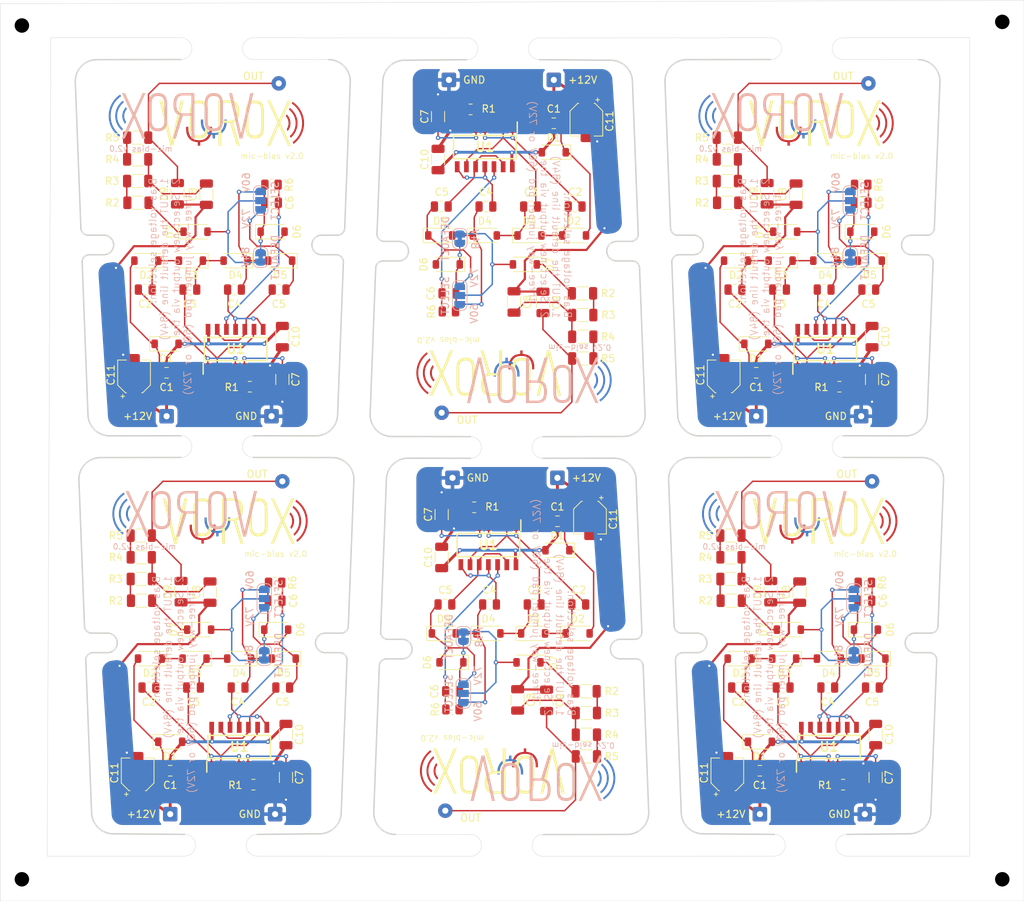
<source format=kicad_pcb>
(kicad_pcb (version 20241229) (generator "pcbnew") (generator_version "9.0")
  (layers (0 "F.Cu" signal) (2 "B.Cu" signal) (13 "F.Paste" user) (15 "B.Paste" user) (5 "F.SilkS" user "F.Silkscreen") (7 "B.SilkS" user "B.Silkscreen") (1 "F.Mask" user) (3 "B.Mask" user) (25 "Edge.Cuts" user))
  (net 0 "")
  (net 1 "Net-(D1-A)")
  (net 2 "Net-(D1-K)")
  (net 3 "Net-(U1A-G)")
  (net 4 "Net-(U1B-B)")
  (net 5 "Net-(D2-K)")
  (net 6 "Net-(U1C-C)")
  (net 7 "Net-(D3-K)")
  (net 8 "Net-(D4-K)")
  (net 9 "Net-(U1D-J)")
  (net 10 "Net-(U1E-K)")
  (net 11 "Net-(D5-K)")
  (net 12 "Net-(D6-K)")
  (net 13 "Net-(U1F-L)")
  (net 14 "Net-(U1A-A)")
  (net 15 "GND")
  (net 16 "Net-(C8-Pad2)")
  (net 17 "Net-(D7-K)")
  (net 18 "Net-(R2-Pad1)")
  (net 19 "Net-(R4-Pad1)")
  (net 20 "Net-(C9-Pad2)")
  (net 21 "Net-(D7-A)")
  (footprint "Capacitor_SMD:CP_Elec_4x5.4" (layer "F.Cu") (at 135 131 90)
    (property "Reference" "C11")
    (property "Value" "4,7uF")
  )
  (footprint "Capacitor_SMD:C_0805_2012Metric" (layer "F.Cu") (at 97.018023 119.52 180)
    (property "Reference" "C6")
    (property "Value" "10nF")
  )
  (footprint "Capacitor_SMD:C_0805_2012Metric" (layer "F.Cu") (at 148.883333 119 180)
    (property "Reference" "C4")
    (property "Value" "10nF")
  )
  (footprint "Capacitor_SMD:C_1206_3216Metric" (layer "F.Cu") (at 95.018023 46.02 90)
    (property "Reference" "C10")
    (property "Value" "100nF")
  )
  (footprint "Diode_SMD:D_SOD-123" (layer "F.Cu") (at 95.818023 111.52)
    (property "Reference" "D5")
    (property "Value" "1N4148W")
  )
  (footprint "Capacitor_SMD:C_0805_2012Metric" (layer "F.Cu") (at 142.716667 119 180)
    (property "Reference" "C3")
    (property "Value" "10nF")
  )
  (footprint "Capacitor_SMD:C_0805_2012Metric" (layer "F.Cu") (at 101.63469 52.52)
    (property "Reference" "C4")
    (property "Value" "10nF")
  )
  (footprint "Diode_SMD:D_SOD-123" (layer "F.Cu") (at 95.318023 56.52)
    (property "Reference" "D5")
    (property "Value" "1N4148W")
  )
  (footprint "Capacitor_SMD:C_0805_2012Metric" (layer "F.Cu") (at 111.518023 96.02 180)
    (property "Reference" "C1")
    (property "Value" "10nF")
  )
  (footprint "Capacitor_SMD:C_0805_2012Metric" (layer "F.Cu") (at 60.716667 64 180)
    (property "Reference" "C3")
    (property "Value" "10nF")
  )
  (footprint "Capacitor_SMD:C_0805_2012Metric" (layer "F.Cu") (at 107.801356 52.52)
    (property "Reference" "C3")
    (property "Value" "10nF")
  )
  (footprint "Diode_SMD:D_SOD-123" (layer "F.Cu") (at 73.2 60 180)
    (property "Reference" "D5")
    (property "Value" "1N4148W")
  )
  (footprint "Connector_Wire:SolderWire-0.25sqmm_1x01_D0.65mm_OD2mm" (layer "F.Cu") (at 72 81.5)
    (property "Reference" "GND")
    (property "Value" "~")
  )
  (footprint "Resistor_SMD:R_0805_2012Metric" (layer "F.Cu") (at 96.518023 67.02 180)
    (property "Reference" "R6")
    (property "Value" "100M")
  )
  (footprint "01_Custom:VOROX_logo" (layer "F.Cu") (at 139.726613 43.402856)
    (property "Reference" "REF**" (hide yes))
    (property "Value" "VOROX_logo")
  )
  (footprint "Capacitor_SMD:C_0805_2012Metric" (layer "F.Cu") (at 139.5 130.5)
    (property "Reference" "C1")
    (property "Value" "10nF")
  )
  (footprint "Capacitor_SMD:C_0805_2012Metric" (layer "F.Cu") (at 55.05 119 180)
    (property "Reference" "C2")
    (property "Value" "10nF")
  )
  (footprint "Connector_Wire:SolderWire-0.25sqmm_1x01_D0.65mm_OD2mm" (layer "F.Cu") (at 154.5 35.5)
    (property "Reference" "OUT")
    (property "Value" "~" (hide yes))
  )
  (footprint "Resistor_SMD:R_1206_3216Metric" (layer "F.Cu") (at 135.5 101)
    (property "Reference" "R4")
    (property "Value" "510k")
  )
  (footprint "01_LDC-footprints:SOIC127P600X175-14N" (layer "F.Cu") (at 67.54 127.212 90)
    (property "Reference" "U1")
    (property "Value" "HCF40106_Hex-Inverter" (hide yes))
  )
  (footprint "Resistor_SMD:R_1206_3216Metric" (layer "F.Cu") (at 53.5 49 180)
    (property "Reference" "R3")
    (property "Value" "510k")
  )
  (footprint "Connector_Wire:SolderWire-0.25sqmm_1x01_D0.65mm_OD2mm" (layer "F.Cu") (at 153.5 81.5)
    (property "Reference" "GND")
    (property "Value" "~")
  )
  (footprint "Capacitor_SMD:C_0805_2012Metric" (layer "F.Cu") (at 142.216667 64 180)
    (property "Reference" "C3")
    (property "Value" "10nF")
  )
  (footprint "Diode_SMD:D_SOD-123" (layer "F.Cu") (at 108.151356 111.52)
    (property "Reference" "D3")
    (property "Value" "1N4148W")
  )
  (footprint "Capacitor_SMD:C_1206_3216Metric" (layer "F.Cu") (at 73.5 76.424 -90)
    (property "Reference" "C7")
    (property "Value" "1nF")
  )
  (footprint "01_Custom:VOROX_logo" (layer "F.Cu") (at 110.29141 73.117144 180)
    (property "Reference" "REF**" (hide yes))
    (property "Value" "VOROX_logo")
  )
  (footprint "Connector_Wire:SolderWire-0.25sqmm_1x01_D0.65mm_OD2mm" (layer "F.Cu") (at 139.5 136.5)
    (property "Reference" "+12V")
    (property "Value" "~")
  )
  (footprint "Diode_SMD:D_SOD-123" (layer "F.Cu") (at 154.7 60 180)
    (property "Reference" "D5")
    (property "Value" "1N4148W")
  )
  (footprint "Connector_Wire:SolderWire-0.25sqmm_1x01_D0.65mm_OD2mm" (layer "F.Cu") (at 155 90.5)
    (property "Reference" "OUT")
    (property "Value" "~" (hide yes))
  )
  (footprint "Resistor_SMD:R_1206_3216Metric" (layer "F.Cu") (at 115.018023 73.52)
    (property "Reference" "R5")
    (property "Value" "510k")
  )
  (footprint "Diode_SMD:D_SOD-123" (layer "F.Cu") (at 136.7 115 180)
    (property "Reference" "D2")
    (property "Value" "1N4148W")
  )
  (footprint "Capacitor_SMD:CP_Elec_4x5.4" (layer "F.Cu") (at 53.5 131 90)
    (property "Reference" "C11")
    (property "Value" "4,7uF")
  )
  (footprint "Resistor_SMD:R_1206_3216Metric" (layer "F.Cu") (at 53.5 46)
    (property "Reference" "R4")
    (property "Value" "510k")
  )
  (footprint "Capacitor_SMD:C_1206_3216Metric" (layer "F.Cu") (at 140.5 50.75 90)
    (property "Reference" "C9")
    (property "Value" "100nF")
  )
  (footprint "Diode_SMD:D_SOD-123" (layer "F.Cu") (at 113.818023 56.52)
    (property "Reference" "D2")
    (property "Value" "1N4148W")
  )
  (footprint "Resistor_SMD:R_1206_3216Metric" (layer "F.Cu") (at 135.5 98 180)
    (property "Reference" "R5")
    (property "Value" "510k")
  )
  (footprint "Capacitor_SMD:C_1206_3216Metric" (layer "F.Cu") (at 110.018023 120.77 -90)
    (property "Reference" "C9")
    (property "Value" "100nF")
  )
  (footprint "Diode_SMD:D_SOD-123" (layer "F.Cu") (at 54.7 60 180)
    (property "Reference" "D2")
    (property "Value" "1N4148W")
  )
  (footprint "Diode_SMD:D_SOD-123" (layer "F.Cu") (at 148.533333 60 180)
    (property "Reference" "D4")
    (property "Value" "1N4148W")
  )
  (footprint "Resistor_SMD:R_1206_3216Metric" (layer "F.Cu") (at 135.0375 52)
    (property "Reference" "R2")
    (property "Value" "510k")
  )
  (footprint "Connector_Wire:SolderWire-0.25sqmm_1x01_D0.65mm_OD2mm" (layer "F.Cu") (at 58 136.5)
    (property "Reference" "+12V")
    (property "Value" "~")
  )
  (footprint "Resistor_SMD:R_1206_3216Metric" (layer "F.Cu") (at 135 46)
    (property "Reference" "R4")
    (property "Value" "510k")
  )
  (footprint "Diode_SMD:D_SOD-123" (layer "F.Cu") (at 72.15 56)
    (property "Reference" "D6")
    (property "Value" "1N4148W")
  )
  (footprint "01_LDC-footprints:SOIC127P600X175-14N" (layer "F.Cu") (at 67.04 72.212 90)
    (property "Reference" "U1")
    (property "Value" "HCF40106_Hex-Inverter" (hide yes))
  )
  (footprint "Resistor_SMD:R_1206_3216Metric" (layer "F.Cu") (at 135 49 180)
    (property "Reference" "R3")
    (property "Value" "510k")
  )
  (footprint "Capacitor_SMD:C_1206_3216Metric" (layer "F.Cu") (at 63 50.8125 90)
    (property "Reference" "C8")
    (property "Value" "100nF")
  )
  (footprint "Resistor_SMD:R_1206_3216Metric" (layer "F.Cu") (at 135.5375 107)
    (property "Reference" "R2")
    (property "Value" "510k")
  )
  (footprint "01_Custom:Panel-Locating-Hole_JLCspec" (layer "F.Cu") (at 37.5 145.5)
    (property "Reference" "REF**" (hide yes))
    (property "Value" "Panel-Locating-Hole_JLCspec" (hide yes))
  )
  (footprint "Resistor_SMD:R_1206_3216Metric" (layer "F.Cu") (at 135.5 104 180)
    (property "Reference" "R3")
    (property "Value" "510k")
  )
  (footprint "Connector_Wire:SolderWire-0.25sqmm_1x01_D0.65mm_OD2mm" (layer "F.Cu") (at 96.018023 136.02 180)
    (property "Reference" "OUT")
    (property "Value" "~" (hide yes))
  )
  (footprint "Resistor_SMD:R_1206_3216Metric" (layer "F.Cu") (at 53.5 43 180)
    (property "Reference" "R5")
    (property "Value" "510k")
  )
  (footprint "Connector_Wire:SolderWire-0.25sqmm_1x01_D0.65mm_OD2mm" (layer "F.Cu") (at 97.018023 90.02 180)
    (property "Reference" "GND")
    (property "Value" "~")
  )
  (footprint "Capacitor_SMD:C_1206_3216Metric" (layer "F.Cu") (at 105.518023 65.7075 -90)
    (property "Reference" "C8")
    (property "Value" "100nF")
  )
  (footprint "Diode_SMD:D_SOD-123" (layer "F.Cu") (at 67.033333 60 180)
    (property "Reference" "D4")
    (property "Value" "1N4148W")
  )
  (footprint "Diode_SMD:D_SOD-123" (layer "F.Cu") (at 143.5 111)
    (property "Reference" "D7")
    (property "Value" "1N4148W")
  )
  (footprint "Diode_SMD:D_SOD-123" (layer "F.Cu") (at 142.866667 115 180)
    (property "Reference" "D3")
    (property "Value" "1N4148W")
  )
  (footprint "Capacitor_SMD:C_0805_2012Metric" (layer "F.Cu") (at 57.5 75.5)
    (property "Reference" "C1")
    (property "Value" "10nF")
  )
  (footprint "01_Custom:MouseBite_LR_3mm_inset" (layer "F.Cu") (at 146.5 140.8 90)
    (property "Reference" "REF**" (hide yes))
    (property "Value" "MouseBite" (hide yes))
    (fp_arc (start 1.5 -5) (mid 0 -3.5) (end -1.5 -5) (stroke (width 0.05)) (layer "Edge.Cuts"))
    (fp_arc (start -1.5 5) (mid 0 3.5) (end 1.5 5) (stroke (width 0.05)) (layer "Edge.Cuts"))
  )
  (footprint "Diode_SMD:D_SOD-123" (layer "F.Cu") (at 96.368023 60.52 180)
    (property "Reference" "D6")
    (property "Value" "1N4148W")
  )
  (footprint "Resistor_SMD:R_1206_3216Metric" (layer "F.Cu") (at 115.518023 122.52)
    (property "Reference" "R3")
    (property "Value" "510k")
  )
  (footprint "Capacitor_SMD:C_0805_2012Metric" (layer "F.Cu") (at 154 107)
    (property "Reference" "C6")
    (property "Value" "10nF")
  )
  (footprint "Resistor_SMD:R_0805_2012Metric" (layer "F.Cu") (at 72.5 104.5)
    (property "Reference" "R6")
    (property "Value" "100M")
  )
  (footprint "Capacitor_SMD:C_0805_2012Metric" (layer "F.Cu") (at 102.13469 107.52)
    (property "Reference" "C4")
    (property "Value" "10nF")
  )
  (footprint "01_LDC-footprints:SOIC127P600X175-14N" (layer "F.Cu") (at 148.54 72.212 90)
    (property "Reference" "U1")
    (property "Value" "HCF40106_Hex-Inverter" (hide yes))
  )
  (footprint "Diode_SMD:D_SOD-123" (layer "F.Cu") (at 101.48469 56.52)
    (property "Reference" "D4")
    (property "Value" "1N4148W")
  )
  (footprint "Diode_SMD:D_SOD-123" (layer "F.Cu") (at 72.65 111)
    (property "Reference" "D6")
    (property "Value" "1N4148W")
  )
  (footprint "Capacitor_SMD:CP_Elec_4x5.4" (layer "F.Cu") (at 115.518023 40.52 -90)
    (property "Reference" "C11")
    (property "Value" "4,7uF")
  )
  (footprint "Capacitor_SMD:C_0805_2012Metric" (layer "F.Cu") (at 67.383333 119 180)
    (property "Reference" "C4")
    (property "Value" "10nF")
  )
  (footprint "Capacitor_SMD:C_1206_3216Metric" (layer "F.Cu") (at 73.5 70.5 -90)
    (property "Reference" "C10")
    (property "Value" "100nF")
  )
  (footprint "Diode_SMD:D_SOD-123" (layer "F.Cu") (at 114.318023 111.52)
    (property "Reference" "D2")
    (property "Value" "1N4148W")
  )
  (footprint "01_Custom:MouseBite_LR_3mm_inset" (layer "F.Cu") (at 65 140.8 90)
    (property "Reference" "REF**" (hide yes))
    (property "Value" "MouseBite")
    (fp_arc (start 1.5 -5) (mid 0 -3.5) (end -1.5 -5) (stroke (width 0.05)) (layer "Edge.Cuts"))
    (fp_arc (start -1.5 5) (mid 0 3.5) (end 1.5 5) (stroke (width 0.05)) (layer "Edge.Cuts"))
  )
  (footprint "Diode_SMD:D_SOD-123" (layer "F.Cu") (at 73.7 115 180)
    (property "Reference" "D5")
    (property "Value" "1N4148W")
  )
  (footprint "01_Custom:MouseBite_LR_3mm_inset" (layer "F.Cu") (at 64.5 85.7 90)
    (property "Reference" "REF**" (hide yes))
    (property "Value" "MouseBite")
    (fp_arc (start 1.5 -5) (mid 0 -3.5) (end -1.5 -5) (stroke (width 0.05)) (layer "Edge.Cuts"))
    (fp_arc (start -1.5 5) (mid 0 3.5) (end 1.5 5) (stroke (width 0.05)) (layer "Edge.Cuts"))
  )
  (footprint "Connector_Wire:SolderWire-0.25sqmm_1x01_D0.65mm_OD2mm" (layer "F.Cu") (at 96.518023 35.02 180)
    (property "Reference" "GND")
    (property "Value" "~")
  )
  (footprint "Diode_SMD:D_SOD-123" (layer "F.Cu") (at 153.65 56)
    (property "Reference" "D6")
    (property "Value" "1N4148W")
  )
  (footprint "Capacitor_SMD:C_0805_2012Metric" (layer "F.Cu") (at 96.518023 64.52 180)
    (property "Reference" "C6")
    (property "Value" "10nF")
  )
  (footprint "01_Custom:VOROX_logo" (layer "F.Cu") (at 140.226613 98.402856)
    (property "Reference" "REF**" (hide yes))
    (property "Value" "VOROX_logo")
  )
  (footprint "Resistor_SMD:R_0805_2012Metric" (layer "F.Cu") (at 97.018023 122.02 180)
    (property "Reference" "R6")
    (property "Value" "100M")
  )
  (footprint "Capacitor_SMD:C_0805_2012Metric" (layer "F.Cu") (at 154.55 64 180)
    (property "Reference" "C5")
    (property "Value" "10nF")
  )
  (footprint "Capacitor_SMD:C_0805_2012Metric" (layer "F.Cu") (at 114.468023 107.52)
    (property "Reference" "C2")
    (property "Value" "10nF")
  )
  (footprint "Capacitor_SMD:C_0805_2012Metric" (layer "F.Cu") (at 58 130.5)
    (property "Reference" "C1")
    (property "Value" "10nF")
  )
  (footprint "Capacitor_SMD:C_1206_3216Metric" (layer "F.Cu") (at 155 76.424 -90)
    (property "Reference" "C7")
    (property "Value" "1nF")
  )
  (footprint "Resistor_SMD:R_1206_3216Metric" (layer "F.Cu") (at 115.480523 119.52 180)
    (property "Reference" "R2")
    (property "Value" "510k")
  )
  (footprint "Resistor_SMD:R_1206_3216Metric" (layer "F.Cu") (at 115.518023 125.52 180)
    (property "Reference" "R4")
    (property "Value" "510k")
  )
  (footprint "Capacitor_SMD:C_0805_2012Metric" (layer "F.Cu") (at 73.55 119 180)
    (property "Reference" "C5")
    (property "Value" "10nF")
  )
  (footprint "Resistor_SMD:R_1206_3216Metric" (layer "F.Cu") (at 54.0375 107)
    (property "Reference" "R2")
    (property "Value" "510k")
  )
  (footprint "Connector_Wire:SolderWire-0.25sqmm_1x01_D0.65mm_OD2mm" (layer "F.Cu") (at 95.518023 81.02 180)
    (property "Reference" "OUT")
    (property "Value" "~" (hide yes))
  )
  (footprint "Diode_SMD:D_SOD-123" (layer "F.Cu") (at 67.533333 115 180)
    (property "Reference" "D4")
    (property "Value" "1N4148W")
  )
  (footprint "Resistor_SMD:R_0805_2012Metric" (layer "F.Cu") (at 100.018023 94.096)
    (property "Reference" "R1")
    (property "Value" "10k")
  )
  (footprint "Diode_SMD:D_SOD-123" (layer "F.Cu") (at 107.651356 56.52)
    (property "Reference" "D3")
    (property "Value" "1N4148W")
  )
  (footprint "Capacitor_SMD:C_1206_3216Metric" (layer "F.Cu") (at 95.518023 101.02 90)
    (property "Reference" "C10")
    (property "Value" "100nF")
  )
  (footprint "Capacitor_SMD:C_0805_2012Metric" (layer "F.Cu") (at 111.018023 41.02 180)
    (property "Reference" "C1")
    (property "Value" "10nF")
  )
  (footprint "Capacitor_SMD:C_0805_2012Metric" (layer "F.Cu") (at 72.5 107)
    (property "Reference" "C6")
    (property "Value" "10nF")
  )
  (footprint "01_Custom:VOROX_logo" (layer "F.Cu") (at 58.726613 98.402856)
    (property "Reference" "REF**" (hide yes))
    (property "Value" "VOROX_logo")
  )
  (footprint "Diode_SMD:D_SOD-123" (layer "F.Cu") (at 61.5 56)
    (property "Reference" "D7")
    (property "Value" "1N4148W")
  )
  (footprint "01_Custom:Panel-Locating-Hole_JLCspec" (layer "F.Cu") (at 37.5 27.5)
    (property "Reference" "REF**" (hide yes))
    (property "Value" "Panel-Locating-Hole_JLCspec" (hide yes))
  )
  (footprint "Resistor_SMD:R_1206_3216Metric" (layer "F.Cu") (at 54 104 180)
    (property "Reference" "R3")
    (property "Value" "510k")
  )
  (footprint "Resistor_SMD:R_1206_3216Metric" (layer "F.Cu") (at 135 43 180)
    (property "Reference" "R5")
    (property "Value" "510k")
  )
  (footprint "Diode_SMD:D_SOD-123" (layer "F.Cu") (at 58 126.5)
    (property "Reference" "D1")
    (property "Value" "1N4148W")
  )
  (footprint "Resistor_SMD:R_0805_2012Metric" (layer "F.Cu") (at 150.5 77.424 180)
    (property "Reference" "R1")
    (property "Value" "10k")
  )
  (footprint "Resistor_SMD:R_1206_3216Metric" (layer "F.Cu") (at 53.5375 52)
    (property "Reference" "R2")
    (property "Value" "510k")
  )
  (footprint "Resistor_SMD:R_1206_3216Metric" (layer "F.Cu") (at 54 98 180)
    (property "Reference" "R5")
    (property "Value" "510k")
  )
  (footprint "Diode_SMD:D_SOD-123" (layer "F.Cu") (at 155.2 115 180)
    (property "Reference" "D5")
    (property "Value" "1N4148W")
  )
  (footprint "Resistor_SMD:R_1206_3216Metric" (layer "F.Cu") (at 115.518023 128.52)
    (property "Reference" "R5")
    (property "Value" "510k")
  )
  (footprint "Capacitor_SMD:C_0805_2012Metric" (layer "F.Cu") (at 136.55 119 180)
    (property "Reference" "C2")
    (property "Value" "10nF")
  )
  (footprint "Capacitor_SMD:C_1206_3216Metric" (layer "F.Cu") (at 95.518023 95.096 90)
    (property "Reference" "C7")
    (property "Value" "1nF")
  )
  (footprint "01_Custom:VOROX_logo" (layer "F.Cu") (at 110.79141 128.117144 180)
    (property "Reference" "REF**" (hide yes))
    (property "Value" "VOROX_logo")
  )
  (footprint "Diode_SMD:D_SOD-123" (layer "F.Cu") (at 60.866667 60 180)
    (property "Reference" "D3")
    (property "Value" "1N4148W")
  )
  (footprint "01_Custom:MouseBite_LR_3mm_inset" (layer "F.Cu") (at 104.518023 140.82 -90)
    (property "Reference" "REF**" (hide yes))
    (property "Value" "MouseBite")
    (fp_arc (start -1.5 5) (mid 0 3.5) (end 1.5 5) (stroke (width 0.05)) (layer "Edge.Cuts"))
    (fp_arc (start 1.5 -5) (mid 0 -3.5) (end -1.5 -5) (stroke (width 0.05)) (layer "Edge.Cuts"))
  )
  (footprint "Capacitor_SMD:C_1206_3216Metric" (layer "F.Cu") (at 63.5 105.8125 90)
    (property "Reference" "C8")
    (property "Value" "100nF")
  )
  (footprint "Connector_Wire:SolderWire-0.25sqmm_1x01_D0.65mm_OD2mm" (layer "F.Cu") (at 57.5 81.5)
    (property "Reference" "+12V")
    (property "Value" "~")
  )
  (footprint "Capacitor_SMD:C_1206_3216Metric" (layer "F.Cu") (at 155.5 131.424 -90)
    (property "Reference" "C7")
    (property "Value" "1nF")
  )
  (footprint "Diode_SMD:D_SOD-123" (layer "F.Cu") (at 62 111)
    (property "Reference" "D7")
    (property "Value" "1N4148W")
  )
  (footprint "Resistor_SMD:R_0805_2012Metric" (layer "F.Cu") (at 153.5 49.5)
    (property "Reference" "R6")
    (property "Value" "100M")
  )
  (footprint "Capacitor_SMD:C_0805_2012Metric" (layer "F.Cu") (at 155.05 119 180)
    (property "Reference" "C5")
    (property "Value" "10nF")
  )
  (footprint "Diode_SMD:D_SOD-123" (layer "F.Cu") (at 96.868023 115.52 180)
    (property "Reference" "D6")
    (property "Value" "1N4148W")
  )
  (footprint "Resistor_SMD:R_1206_3216Metric" (layer "F.Cu") (at 115.018023 70.52 180)
    (property "Reference" "R4")
    (property "Value" "510k")
  )
  (footprint "Capacitor_SMD:C_0805_2012Metric" (layer "F.Cu") (at 108.301356 107.52)
    (property "Reference" "C3")
    (property "Value" "10nF")
  )
  (footprint "Capacitor_SMD:C_0805_2012Metric" (layer "F.Cu") (at 73.05 64 180)
    (property "Reference" "C5")
    (property "Value" "10nF")
  )
  (footprint "Resistor_SMD:R_0805_2012Metric" (layer "F.Cu") (at 154 104.5)
    (property "Reference" "R6")
    (property "Value" "100M")
  )
  (footprint "Resistor_SMD:R_1206_3216Metric" (layer "F.Cu") (at 54 101)
    (property "Reference" "R4")
    (property "Value" "510k")
  )
  (footprint "Capacitor_SMD:C_1206_3216Metric" (layer "F.Cu") (at 74 125.5 -90)
    (property "Reference" "C10")
    (property "Value" "100nF")
  )
  (footprint "Capacitor_SMD:C_0805_2012Metric" (layer "F.Cu") (at 148.383333 64 180)
    (property "Reference" "C4")
    (property "Value" "10nF")
  )
  (footprint "Diode_SMD:D_SOD-123" (layer "F.Cu") (at 154.15 111)
    (property "Reference" "D6")
    (property "Value" "1N4148W")
  )
  (footprint "Connector_Wire:SolderWire-0.25sqmm_1x01_D0.65mm_OD2mm" (layer "F.Cu") (at 154 136.5)
    (property "Reference" "GND")
    (property "Value" "~")
  )
  (footprint "Connector_Wire:SolderWire-0.25sqmm_1x01_D0.65mm_OD2mm" (layer "F.Cu") (at 73.5 90.5)
    (property "Reference" "OUT")
    (property "Value" "~" (hide yes))
  )
  (footprint "Capacitor_SMD:C_1206_3216Metric" (layer "F.Cu") (at 145 105.8125 90)
    (property "Reference" "C8")
    (property "Value" "100nF")
  )
  (footprint "Diode_SMD:D_SOD-123" (layer "F.Cu") (at 139 71.5)
    (property "Reference" "D1")
    (property "Value" "1N4148W")
  )
  (footprint "01_Custom:MouseBite_LR_3mm_inset" (layer "F.Cu") (at 146 85.7 90)
    (property "Reference" "REF**" (hide yes))
    (property "Value" "MouseBite")
    (fp_arc (start 1.5 -5) (mid 0 -3.5) (end -1.5 -5) (stroke (width 0.05)) (layer "Edge.Cuts"))
    (fp_arc (start -1.5 5) (mid 0 3.5) (end 1.5 5) (stroke (width 0.05)) (layer "Edge.Cuts"))
  )
  (footprint "Capacitor_SMD:C_0805_2012Metric" (layer "F.Cu") (at 153.5 52)
    (property "Reference" "C6")
    (property "Value" "10nF")
  )
  (footprint "Capacitor_SMD:C_0805_2012Metric" (layer "F.Cu") (at 61.216667 119 180)
    (property "Reference" "C3")
    (property "Value" "10nF")
  )
  (footprint "Diode_SMD:D_SOD-123" (layer "F.Cu") (at 107.018023 60.52 180)
    (property "Reference" "D7")
    (property "Value" "1N4148W")
  )
  (footprint "Resistor_SMD:R_0805_2012Metric" (layer "F.Cu") (at 72 49.5)
    (property "Reference" "R6")
    (property "Value" "100M")
  )
  (footprint "Capacitor_SMD:C_1206_3216Metric" (layer "F.Cu") (at 155.5 125.5 -90)
    (property "Reference" "C10")
    (property "Value" "100nF")
  )
  (footprint "Connector_Wire:SolderWire-0.25sqmm_1x01_D0.65mm_OD2mm" (layer "F.Cu") (at 73 35.5)
    (property "Reference" "OUT")
    (property "Value" "~" (hide yes))
  )
  (footprint "Capacitor_SMD:C_1206_3216Metric" (layer "F.Cu") (at 59 50.75 90)
    (property "Reference" "C9")
    (property "Value" "100nF")
  )
  (footprint "Capacitor_SMD:C_0805_2012Metric" (layer "F.Cu") (at 139 75.5)
    (property "Reference" "C1")
    (property "Value" "10nF")
  )
  (footprint "Capacitor_SMD:C_1206_3216Metric" (layer "F.Cu") (at 141 105.75 90)
    (property "Reference" "C9")
    (property "Value" "100nF")
  )
  (footprint "Diode_SMD:D_SOD-123" (layer "F.Cu") (at 61.366667 115 180)
    (property "Reference" "D3")
    (property "Value" "1N4148W")
  )
  (footprint "Diode_SMD:D_SOD-123" (layer "F.Cu") (at 111.518023 100.02 180)
    (property "Reference" "D1")
    (property "Value" "1N4148W")
  )
  (footprint "Capacitor_SMD:C_0805_2012Metric" (layer "F.Cu") (at 95.468023 52.52)
    (property "Reference" "C5")
    (property "Value" "10nF")
  )
  (footprint "Capacitor_SMD:C_1206_3216Metric" (layer "F.Cu") (at 59.5 105.75 90)
    (property "Reference" "C9")
    (property "Value" "100nF")
  )
  (footprint "Capacitor_SMD:C_1206_3216Metric" (layer "F.Cu") (at 144.5 50.8125 90)
    (property "Reference" "C8")
    (property "Value" "100nF")
  )
  (footprint "Resistor_SMD:R_0805_2012Metric" (layer "F.Cu") (at 69 77.424 180)
    (property "Reference" "R1")
    (property "Value" "10k")
  )
  (footprint "Diode_SMD:D_SOD-123" (layer "F.Cu") (at 139.5 126.5)
    (property "Reference" "D1")
    (property "Value" "1N4148W")
  )
  (footprint "Capacitor_SMD:C_0805_2012Metric" (layer "F.Cu") (at 72 52)
    (property "Reference" "C6")
    (property "Value" "10nF")
  )
  (footprint "Capacitor_SMD:CP_Elec_4x5.4" (layer "F.Cu") (at 53 76 90)
    (property "Reference" "C11")
    (property "Value" "4,7uF")
  )
  (footprint "Diode_SMD:D_SOD-123" (layer "F.Cu") (at 142.366667 60 180)
    (property "Reference" "D3")
    (property "Value" "1N4148W")
  )
  (footprint "Resistor_SMD:R_0805_2012Metric" (layer "F.Cu") (at 69.5 132.424 180)
    (property "Reference" "R1")
    (property "Value" "10k")
  )
  (footprint "Capacitor_SMD:C_0805_2012Metric" (layer "F.Cu") (at 95.968023 107.52)
    (property "Reference" "C5")
    (property "Value" "10nF")
  )
  (footprint "01_Custom:MouseBite_LR_3mm_inset" (layer "F.Cu") (at 64.5 30.7 90)
    (property "Reference" "REF**" (hide yes))
    (property "Value" "MouseBite")
    (fp_arc (start 1.5 -5) (mid 0 -3.5) (end -1.5 -5) (stroke (width 0.05)) (layer "Edge.Cuts"))
    (fp_arc (start -1.5 5) (mid 0 3.5) (end 1.5 5) (stroke (width 0.05)) (layer "Edge.Cuts"))
  )
  (footprint "01_Custom:Panel-Locating-Hole_JLCspec" (layer "F.Cu") (at 173 27)
    (property "Reference" "REF**" (hide yes))
    (property "Value" "Panel-Locating-Hole_JLCspec" (hide yes))
  )
  (footprint "Capacitor_SMD:C_0805_2012Metric" (layer "F.Cu") (at 113.968023 52.52)
    (property "Reference" "C2")
    (property "Value" "10nF")
  )
  (footprint "Diode_SMD:D_SOD-123" (layer "F.Cu") (at 111.018023 45.02 180)
    (property "Reference" "D1")
    (property "Value" "1N4148W")
  )
  (footprint "Diode_SMD:D_SOD-123" (layer "F.Cu") (at 149.033333 115 180)
    (property "Reference" "D4")
    (property "Value" "1N4148W")
  )
  (footprint "Capacitor_SMD:CP_Elec_4x5.4" (layer "F.Cu") (at 134.5 76 90)
    (property "Reference" "C11")
    (property "Value" "4,7uF")
  )
  (footprint "01_Custom:Panel-Locating-Hole_JLCspec" (layer "F.Cu") (at 173 145.5)
    (property "Reference" "REF**" (hide yes))
    (property "Value" "Panel-Locating-Hole_JLCspec" (hide yes))
  )
  (footprint "Diode_SMD:D_SOD-123" (layer "F.Cu") (at 101.98469 111.52)
    (property "Reference" "D4")
    (property "Value" "1N4148W")
  )
  (footprint "Diode_SMD:D_SOD-123" (layer "F.Cu") (at 136.2 60 180)
    (property "Reference" "D2")
    (property "Value" "1N4148W")
  )
  (footprint "Diode_SMD:D_SOD-123" (layer "F.Cu") (at 143 56)
    (property "Reference" "D7")
    (property "Value" "1N4148W")
  )
  (footprint "01_LDC-footprints:SOIC127P600X175-14N" (layer "F.Cu") (at 149.04 127.212 90)
    (property "Reference" "U1")
    (property "Value" "HCF40106_Hex-Inverter" (hide yes))
  )
  (footprint "Resistor_SMD:R_0805_2012Metric" (layer "F.Cu") (at 151 132.424 180)
    (property "Reference" "R1")
    (property "Value" "10k")
  )
  (footprint "Diode_SMD:D_SOD-123" (layer "F.Cu") (at 57.5 71.5)
    (property "Reference" "D1")
    (property "Value" "1N4148W")
  )
  (footprint "01_LDC-footprints:SOIC127P600X175-14N" (layer "F.Cu") (at 101.478023 44.308 -90)
    (property "Reference" "U1")
    (property "Value" "HCF40106_Hex-Inverter" (hide yes))
  )
  (footprint "Capacitor_SMD:C_0805_2012Metric" (layer "F.Cu") (at 136.05 64 180)
    (property "Reference" "C2")
    (property "Value" "10nF")
  )
  (footprint "01_LDC-footprints:SOIC127P600X175-14N" (layer "F.Cu") (at 101.978023 99.308 -90)
    (property "Reference" "U1")
    (property "Value" "HCF40106_Hex-Inverter" (hide yes))
  )
  (footprint "Capacitor_SMD:CP_Elec_4x5.4" (layer "F.Cu") (at 116.018023 95.52 -90)
    (property "Reference" "C11")
    (property "Value" "4,7uF")
  )
  (footprint "Capacitor_SMD:C_1206_3216Metric" (layer "F.Cu") (at 109.518023 65.77 -90)
    (property "Reference" "C9")
    (property "Value" "100nF")
  )
  (footprint "Capacitor_SMD:C_1206_3216Metric" (layer "F.Cu") (at 95.018023 40.096 90)
    (property "Reference" "C7")
    (property "Value" "1nF")
  )
  (footprint "01_Custom:MouseBite_LR_3mm_inset" (layer "F.Cu") (at 104.018023 30.72 -90)
    (property "Reference" "REF**" (hide yes))
    (property "Value" "MouseBite" (hide yes))
    (fp_arc (start -1.5 5) (mid 0 3.5) (end 1.5 5) (stroke (width 0.05)) (layer "Edge.Cuts"))
    (fp_arc (start 1.5 -5) (mid 0 -3.5) (end -1.5 -5) (stroke (width 0.05)) (layer "Edge.Cuts"))
  )
  (footprint "Resistor_SMD:R_0805_2012Metric" (layer "F.Cu") (at 99.518023 39.096)
    (property "Reference" "R1")
    (property "Value" "10k")
  )
  (footprint "Capacitor_SMD:C_1206_3216Metric" (layer "F.Cu") (at 155 70.5 -90)
    (property "Reference" "C10")
    (property "Value" "100nF")
  )
  (footprint "Resistor_SMD:R_1206_3216Metric" (layer "F.Cu") (at 115.018023 67.52)
    (property "Reference" "R3")
    (property "Value" "510k")
  )
  (footprint "Connector_Wire:SolderWire-0.25sqmm_1x01_D0.65mm_OD2mm" (layer "F.Cu") (at 72.5 136.5)
    (property "Reference" "GND")
    (property "Value" "~")
  )
  (footprint "Connector_Wire:SolderWire-0.25sqmm_1x01_D0.65mm_OD2mm" (layer "F.Cu") (at 139 81.5)
    (property "Reference" "+12V")
    (property "Value" "~")
  )
  (footprint "Capacitor_SMD:C_0805_2012Metric" (layer "F.Cu") (at 54.55 64 180)
    (property "Reference" "C2")
    (property "Value" "10nF")
  )
  (footprint "01_Custom:MouseBite_LR_3mm_inset" (layer "F.Cu") (at 104.518023 85.82 -90)
    (property "Reference" "REF**" (hide yes))
    (property "Value" "MouseBite")
    (fp_arc (start -1.5 5) (mid 0 3.5) (end 1.5 5) (stroke (width 0.05)) (layer "Edge.Cuts"))
    (fp_arc (start 1.5 -5) (mid 0 -3.5) (end -1.5 -5) (stroke (width 0.05)) (layer "Edge.Cuts"))
  )
  (footprint "01_Custom:MouseBite_LR_3mm_inset" (layer "F.Cu") (at 146 30.7 90)
    (property "Reference" "REF**" (hide yes))
    (property "Value" "MouseBite" (hide yes))
    (fp_arc (start 1.5 -5) (mid 0 -3.5) (end -1.5 -5) (stroke (width 0.05)) (layer "Edge.Cuts"))
    (fp_arc (start -1.5 5) (mid 0 3.5) (end 1.5 5) (stroke (width 0.05)) (layer "Edge.Cuts"))
  )
  (footprint "Capacitor_SMD:C_1206_3216Metric" (layer "F.Cu") (at 106.018023 120.7075 -90)
    (property "Reference" "C8")
    (property "Value" "100nF")
  )
  (footprint "Connector_Wire:SolderWire-0.25sqmm_1x01_D0.65mm_OD2mm" (layer "F.Cu") (at 111.018023 35.02 180)
    (property "Reference" "+12V")
    (property "Value" "~")
  )
  (footprint "Diode_SMD:D_SOD-123" (layer "F.Cu") (at 55.2 115 180)
    (property "Reference" "D2")
    (property "Value" "1N4148W")
  )
  (footprint "01_Custom:VOROX_logo" (layer "F.Cu") (at 58.226613 43.402856)
    (property "Reference" "REF**" (hide yes))
    (property "Value" "VOROX_logo")
  )
  (footprint "Diode_SMD:D_SOD-123" (layer "F.Cu") (at 107.518023 115.52 180)
    (property "Reference" "D7")
    (property "Value" "1N4148W")
  )
  (footprint "Capacitor_SMD:C_1206_3216Metric" (layer "F.Cu") (at 74 131.424 -90)
    (property "Reference" "C7")
    (property "Value" "1nF")
  )
  (footprint "Capacitor_SMD:C_0805_2012Metric" (layer "F.Cu") (at 66.883333 64 180)
    (property "Reference" "C4")
    (property "Value" "10nF")
  )
  (footprint "Resistor_SMD:R_1206_3216Metric" (layer "F.Cu") (at 114.980523 64.52 180)
    (property "Reference" "R2")
    (property "Value" "510k")
  )
  (footprint "Connector_Wire:SolderWire-0.25sqmm_1x01_D0.65mm_OD2mm" (layer "F.Cu") (at 111.518023 90.02 180)
    (property "Reference" "+12V")
    (property "Value" "~")
  )
  (footprint "Jumper:SolderJumper-3_P1.3mm_Open_RoundedPad1.0x1.5mm_NumberLabels" (layer "B.Cu") (at 71 106.7 90)
    (property "Reference" "SELECT")
    (property "Value" "SolderJumper_3_Open")
  )
  (footprint "01_Custom:VOROX_logo" (layer "B.Cu") (at 149.773387 97.402856 180)
    (property "Reference" "REF**" (hide yes))
    (property "Value" "VOROX_logo")
  )
  (footprint "Jumper:SolderJumper-3_P1.3mm_Open_RoundedPad1.0x1.5mm_NumberLabels" (layer "B.Cu") (at 70.5 51.7 90)
    (property "Reference" "SELECT")
    (property "Value" "SolderJumper_3_Open")
  )
  (footprint "01_Custom:VOROX_logo" (layer "B.Cu") (at 100.744636 74.117144)
    (property "Reference" "REF**" (hide yes))
    (property "Value" "VOROX_logo")
  )
  (footprint "Jumper:SolderJumper-2_P1.3mm_Bridged_RoundedPad1.0x1.5mm" (layer "B.Cu") (at 152.5 114.55 -90)
    (property "Reference" "DEFAULT")
    (property "Value" "SolderJumper_2_Bridged")
  )
  (footprint "Jumper:SolderJumper-3_P1.3mm_Open_RoundedPad1.0x1.5mm_NumberLabels" (layer "B.Cu") (at 152.5 106.7 90)
    (property "Reference" "SELECT")
    (property "Value" "SolderJumper_3_Open")
  )
  (footprint "Jumper:SolderJumper-2_P1.3mm_Bridged_RoundedPad1.0x1.5mm" (layer "B.Cu") (at 98.518023 111.97 90)
    (property "Reference" "DEFAULT")
    (property "Value" "SolderJumper_2_Bridged")
  )
  (footprint "Jumper:SolderJumper-3_P1.3mm_Open_RoundedPad1.0x1.5mm_NumberLabels" (layer "B.Cu") (at 98.018023 64.82 -90)
    (property "Reference" "SELECT")
    (property "Value" "SolderJumper_3_Open")
  )
  (footprint "Jumper:SolderJumper-2_P1.3mm_Bridged_RoundedPad1.0x1.5mm" (layer "B.Cu") (at 98.018023 56.97 90)
    (property "Reference" "DEFAULT")
    (property "Value" "SolderJumper_2_Bridged")
  )
  (footprint "01_Custom:VOROX_logo" (layer "B.Cu") (at 67.773387 42.402856 180)
    (property "Reference" "REF**" (hide yes))
    (property "Value" "VOROX_logo")
  )
  (footprint "01_Custom:VOROX_logo" (layer "B.Cu") (at 68.273387 97.402856 180)
    (property "Reference" "REF**" (hide yes))
    (property "Value" "VOROX_logo")
  )
  (footprint "Jumper:SolderJumper-3_P1.3mm_Open_RoundedPad1.0x1.5mm_NumberLabels" (layer "B.Cu") (at 98.518023 119.82 -90)
    (property "Reference" "SELECT")
    (property "Value" "SolderJumper_3_Open")
  )
  (footprint "01_Custom:VOROX_logo" (layer "B.Cu") (at 149.273387 42.402856 180)
    (property "Reference" "REF**" (hide yes))
    (property "Value" "VOROX_logo")
  )
  (footprint "01_Custom:VOROX_logo" (layer "B.Cu") (at 101.244636 129.117144)
    (property "Reference" "REF**" (hide yes))
    (property "Value" "VOROX_logo")
  )
  (footprint "Jumper:SolderJumper-3_P1.3mm_Open_RoundedPad1.0x1.5mm_NumberLabels" (layer "B.Cu") (at 152 51.7 90)
    (property "Reference" "SELECT")
    (property "Value" "SolderJumper_3_Open")
  )
  (footprint "Jumper:SolderJumper-2_P1.3mm_Bridged_RoundedPad1.0x1.5mm" (layer "B.Cu") (at 70.5 59.55 -90)
    (property "Reference" "DEFAULT")
    (property "Value" "SolderJumper_2_Bridged")
  )
  (footprint "Jumper:SolderJumper-2_P1.3mm_Bridged_RoundedPad1.0x1.5mm" (layer "B.Cu") (at 71 114.55 -90)
    (property "Reference" "DEFAULT")
    (property "Value" "SolderJumper_2_Bridged")
  )
  (footprint "Jumper:SolderJumper-2_P1.3mm_Bridged_RoundedPad1.0x1.5mm" (layer "B.Cu") (at 152 59.55 -90)
    (property "Reference" "DEFAULT")
    (property "Value" "SolderJumper_2_Bridged")
  )
  (gr_line (start 69 57) (end 70 58) (stroke (width 0.2)) (layer "F.Cu") (net 11))
  (gr_line (start 138.5 50.75) (end 143 50.75) (stroke (width 0.2)) (layer "F.Cu") (net 16))
  (gr_line (start 154.5 113) (end 157 115) (stroke (width 0.2)) (layer "F.Cu") (net 11))
  (gr_line (start 55.5 98) (end 59.5 102) (stroke (width 0.2)) (layer "F.Cu") (net 20))
  (gr_line (start 133.5 52) (end 133.5 49) (stroke (width 0.2)) (layer "F.Cu") (net 18))
  (gr_line (start 156 111) (end 154.5 113) (stroke (width 0.2)) (layer "F.Cu") (net 11))
  (gr_line (start 66.5 127) (end 68.5 127) (stroke (width 0.2)) (layer "F.Cu") (net 3))
  (gr_line (start 113.018023 52.52) (end 113.018023 55.02) (stroke (width 0.2)) (layer "F.Cu") (net 5))
  (gr_line (start 137.5 126.5) (end 137.9 126.5) (stroke (width 0.2)) (layer "F.Cu") (net 2))
  (gr_line (start 60.5 113) (end 53.5 113) (stroke (width 0.3)) (layer "F.Cu") (net 15))
  (gr_line (start 153 110) (end 152.5 111) (stroke (width 0.2)) (layer "F.Cu") (net 12))
  (gr_line (start 100.018023 46.52) (end 101.018023 45.52) (stroke (width 0.2)) (layer "F.Cu") (net 10))
  (gr_line (start 113.018023 45.02) (end 112.618023 45.02) (stroke (width 0.2)) (layer "F.Cu") (net 2))
  (gr_line (start 141 104) (end 141 102) (stroke (width 0.2)) (layer "F.Cu") (net 20))
  (gr_line (start 116.518023 110.52) (end 116.018023 111.52) (stroke (width 0.2)) (layer "F.Cu") (net 2))
  (gr_line (start 107.518023 115.02) (end 109.018023 113.52) (stroke (width 0.3)) (layer "F.Cu") (net 15))
  (gr_line (start 101.018023 108.02) (end 100.518023 109.02) (stroke (width 0.2)) (layer "F.Cu") (net 8))
  (gr_line (start 97.518023 61.52) (end 98.018023 60.52) (stroke (width 0.2)) (layer "F.Cu") (net 12))
  (gr_line (start 134.5 116) (end 135 115) (stroke (width 0.2)) (layer "F.Cu") (net 2))
  (gr_line (start 105.518023 64.27) (end 107.018023 62.52) (stroke (width 0.3)) (layer "F.Cu") (net 15))
  (gr_line (start 102.518023 41.52) (end 102.518023 39.02) (stroke (width 0.2)) (layer "F.Cu") (net 4))
  (gr_line (start 57.5 105.75) (end 62 105.75) (stroke (width 0.2)) (layer "F.Cu") (net 16))
  (gr_line (start 140.5 49) (end 140.5 47) (stroke (width 0.2)) (layer "F.Cu") (net 20))
  (gr_line (start 152 113) (end 154.5 113) (stroke (width 0.2)) (layer "F.Cu") (net 11))
  (gr_line (start 107.018023 55.02) (end 106.018023 56.52) (stroke (width 0.2)) (layer "F.Cu") (net 7))
  (gr_line (start 151.5 124.5) (end 151.5 125.5) (stroke (width 0.2)) (layer "F.Cu") (net 3))
  (gr_line (start 100.518023 111.52) (end 97.518023 111.52) (stroke (width 0.2)) (layer "F.Cu") (net 8))
  (gr_line (start 71 112.3) (end 71 111) (stroke (width 0.2)) (layer "F.Cu") (net 12))
  (gr_line (start 67.5 58) (end 68.5 60) (stroke (width 0.2)) (layer "F.Cu") (net 8))
  (gr_line (start 98.018023 116.52) (end 98.518023 115.52) (stroke (width 0.2)) (layer "F.Cu") (net 12))
  (gr_line (start 101.518023 113.52) (end 100.518023 111.52) (stroke (width 0.2)) (layer "F.Cu") (net 8))
  (gr_line (start 150.5 124.5) (end 150.5 123) (stroke (width 0.2)) (layer "F.Cu") (net 10))
  (gr_line (start 102.018023 98.02) (end 102.018023 97.02) (stroke (width 0.2)) (layer "F.Cu") (net 14))
  (gr_line (start 69 124.5) (end 69 123) (stroke (width 0.2)) (layer "F.Cu") (net 10))
  (gr_line (start 104.518023 98.02) (end 109.018023 102.52) (stroke (width 0.2)) (layer "F.Cu") (net 3))
  (gr_line (start 151.5 77.5) (end 150.5 78.5) (stroke (width 0.2)) (layer "F.Cu") (net 4))
  (gr_line (start 153 104.5) (end 153 107) (stroke (width 0.2)) (layer "F.Cu") (net 12))
  (gr_line (start 143.5 109) (end 143.5 111.5) (stroke (width 0.3)) (layer "F.Cu") (net 15))
  (gr_line (start 63 49.25) (end 61.5 50.75) (stroke (width 0.2)) (layer "F.Cu") (net 16))
  (gr_line (start 60 58) (end 53 58) (stroke (width 0.3)) (layer "F.Cu") (net 15))
  (gr_line (start 99.018023 103.52) (end 98.018023 102.02) (stroke (width 0.2)) (layer "F.Cu") (net 9))
  (gr_line (start 65 128.5) (end 60.5 124) (stroke (width 0.2)) (layer "F.Cu") (net 3))
  (gr_line (start 98.018023 59.22) (end 98.018023 60.52) (stroke (width 0.2)) (layer "F.Cu") (net 12))
  (gr_line (start 152.5 55) (end 152 56) (stroke (width 0.2)) (layer "F.Cu") (net 12))
  (gr_line (start 105.818023 98.02) (end 105.818023 97.02) (stroke (width 0.2)) (layer "F.Cu") (net 14))
  (gr_line (start 68.75 128.5) (end 68.75 129.5) (stroke (width 0.2)) (layer "F.Cu") (net 6))
  (gr_line (start 55 49) (end 55 46) (stroke (width 0.2)) (layer "F.Cu") (net 16))
  (gr_line (start 57 128) (end 56.4 126.5) (stroke (width 0.2)) (layer "F.Cu") (net 2))
  (gr_line (start 109.318023 45.02) (end 111.018023 43.02) (stroke (width 0.4)) (layer "F.Cu") (net 1))
  (gr_line (start 68.5 70) (end 67.5 71) (stroke (width 0.2)) (layer "F.Cu") (net 10))
  (gr_line (start 150.5 115) (end 153.5 115) (stroke (width 0.2)) (layer "F.Cu") (net 8))
  (gr_line (start 135 133.5) (end 139.5 136.5) (stroke (width 0.4)) (layer "F.Cu") (net 1))
  (gr_line (start 144.7 73.5) (end 144.7 74.5) (stroke (width 0.2)) (layer "F.Cu") (net 14))
  (gr_line (start 67.5 58) (end 67.5 50.5) (stroke (width 0.2)) (layer "F.Cu") (net 8))
  (gr_line (start 144.7 73.5) (end 135 64) (stroke (width 0.2)) (layer "F.Cu") (net 14))
  (gr_line (start 99.518023 103.52) (end 99.018023 103.52) (stroke (width 0.2)) (layer "F.Cu") (net 9))
  (gr_line (start 152.5 112.3) (end 152.5 111) (stroke (width 0.2)) (layer "F.Cu") (net 12))
  (gr_line (start 53.5 113) (end 51 116) (stroke (width 0.3)) (layer "F.Cu") (net 15))
  (gr_line (start 145.2 128.5) (end 145.2 129.5) (stroke (width 0.2)) (layer "F.Cu") (net 14))
  (gr_line (start 149 133.5) (end 151 133.5) (stroke (width 0.2)) (layer "F.Cu") (net 4))
  (gr_line (start 69.5 68) (end 70 68) (stroke (width 0.2)) (layer "F.Cu") (net 9))
  (gr_line (start 95.518023 92.02) (end 95.518023 93.52) (stroke (width 0.4)) (layer "F.Cu") (net 15))
  (gr_line (start 99.318023 96.52) (end 99.318023 94.52) (stroke (width 0.2)) (layer "F.Cu") (net 4))
  (gr_line (start 59.4 76.25) (end 65 76.25) (stroke (width 0.2)) (layer "F.Cu") (net 4))
  (gr_line (start 66 56) (end 63 56) (stroke (width 0.2)) (layer "F.Cu") (net 21))
  (gr_line (start 98.518023 114.22) (end 98.518023 115.52) (stroke (width 0.2)) (layer "F.Cu") (net 12))
  (gr_line (start 102.518023 39.02) (end 101.518023 38.02) (stroke (width 0.2)) (layer "F.Cu") (net 4))
  (gr_line (start 95.518023 98.02) (end 95.518023 96.52) (stroke (width 0.2)) (layer "F.Cu") (net 6))
  (gr_line (start 101.518023 113.52) (end 101.518023 121.02) (stroke (width 0.2)) (layer "F.Cu") (net 8))
  (gr_line (start 138.5 130.75) (end 138.5 128) (stroke (width 0.2)) (layer "F.Cu") (net 2))
  (gr_line (start 146.5 129.5) (end 146.5 128.5) (stroke (width 0.2)) (layer "F.Cu") (net 3))
  (gr_line (start 147.5 64) (end 147.5 67) (stroke (width 0.2)) (layer "F.Cu") (net 9))
  (gr_line (start 97.218023 97.02) (end 95.518023 99.52) (stroke (width 0.4)) (layer "F.Cu") (net 15))
  (gr_line (start 148 111) (end 145 111) (stroke (width 0.2)) (layer "F.Cu") (net 21))
  (gr_line (start 144.5 115) (end 147.5 115) (stroke (width 0.2)) (layer "F.Cu") (net 7))
  (gr_line (start 98.818023 41.52) (end 98.818023 39.52) (stroke (width 0.2)) (layer "F.Cu") (net 4))
  (gr_line (start 149.5 113) (end 150.5 115) (stroke (width 0.2)) (layer "F.Cu") (net 8))
  (gr_line (start 100.018023 47.02) (end 100.018023 48.52) (stroke (width 0.2)) (layer "F.Cu") (net 10))
  (gr_line (start 142 124) (end 142 119) (stroke (width 0.2)) (layer "F.Cu") (net 3))
  (gr_line (start 116.018023 97.52) (end 117.518023 98.52) (stroke (width 0.4)) (layer "F.Cu") (net 15))
  (gr_line (start 66.5 132.5) (end 67.5 133.5) (stroke (width 0.2)) (layer "F.Cu") (net 4))
  (gr_line (start 101.518023 38.02) (end 99.518023 38.02) (stroke (width 0.2)) (layer "F.Cu") (net 4))
  (gr_line (start 139 105.75) (end 143.5 105.75) (stroke (width 0.2)) (layer "F.Cu") (net 16))
  (gr_line (start 109.018023 115.52) (end 110.018023 115.52) (stroke (width 0.2)) (layer "F.Cu") (net 17))
  (gr_line (start 95.518023 64.02) (end 95.518023 62.52) (stroke (width 0.2)) (layer "F.Cu") (net 13))
  (gr_line (start 155 104.5) (end 155 107) (stroke (width 0.2)) (layer "F.Cu") (net 13))
  (gr_line (start 66.5 122) (end 67.5 123) (stroke (width 0.2)) (layer "F.Cu") (net 9))
  (gr_line (start 100.768023 96.02) (end 100.768023 94.52) (stroke (width 0.2)) (layer "F.Cu") (net 6))
  (gr_line (start 52 46) (end 52 43) (stroke (width 0.2)) (layer "F.Cu") (net 19))
  (gr_line (start 56 126.5) (end 56.4 126.5) (stroke (width 0.2)) (layer "F.Cu") (net 2))
  (gr_line (start 116.018023 48.02) (end 113.018023 45.02) (stroke (width 0.2)) (layer "F.Cu") (net 2))
  (gr_line (start 95.018023 37.02) (end 95.018023 38.52) (stroke (width 0.4)) (layer "F.Cu") (net 15))
  (gr_line (start 95.018023 43.02) (end 95.018023 41.52) (stroke (width 0.2)) (layer "F.Cu") (net 6))
  (gr_line (start 153.8 129.5) (end 155.5 127) (stroke (width 0.4)) (layer "F.Cu") (net 15))
  (gr_line (start 96.518023 113.52) (end 94.018023 111.52) (stroke (width 0.2)) (layer "F.Cu") (net 11))
  (gr_line (start 100.518023 103.52) (end 97.018023 107.02) (stroke (width 0.2)) (layer "F.Cu") (net 10))
  (gr_line (start 102.018023 93.02) (end 100.018023 93.02) (stroke (width 0.2)) (layer "F.Cu") (net 4))
  (gr_line (start 56 119) (end 56 116.5) (stroke (width 0.2)) (layer "F.Cu") (net 5))
  (gr_line (start 107.018023 60.02) (end 108.518023 58.52) (stroke (width 0.3)) (layer "F.Cu") (net 15))
  (gr_line (start 103.018023 94.02) (end 102.018023 93.02) (stroke (width 0.2)) (layer "F.Cu") (net 4))
  (gr_line (start 104.518023 97.02) (end 104.518023 98.02) (stroke (width 0.2)) (layer "F.Cu") (net 3))
  (gr_line (start 156.5 62.75) (end 155.5 64.25) (stroke (width 0.2)) (layer "F.Cu") (net 11))
  (gr_line (start 150 68) (end 153.5 64.5) (stroke (width 0.2)) (layer "F.Cu") (net 10))
  (gr_line (start 143 64) (end 143 61.5) (stroke (width 0.2)) (layer "F.Cu") (net 7))
  (gr_line (start 150.5 57) (end 151.5 58) (stroke (width 0.2)) (layer "F.Cu") (net 11))
  (gr_line (start 100.518023 109.02) (end 100.518023 111.52) (stroke (width 0.2)) (layer "F.Cu") (net 8))
  (gr_line (start 114.018023 122.52) (end 112.018023 120.77) (stroke (width 0.2)) (layer "F.Cu") (net 16))
  (gr_line (start 71.5 104.5) (end 71.5 107) (stroke (width 0.2)) (layer "F.Cu") (net 12))
  (gr_line (start 109.018023 100.02) (end 109.818023 100.02) (stroke (width 0.4)) (layer "F.Cu") (net 1))
  (gr_line (start 94.018023 108.77) (end 95.018023 107.27) (stroke (width 0.2)) (layer "F.Cu") (net 11))
  (gr_line (start 57 90.5) (end 73.5 90.5) (stroke (width 0.2)) (layer "F.Cu") (net 20))
  (gr_line (start 107.018023 52.52) (end 107.018023 55.02) (stroke (width 0.2)) (layer "F.Cu") (net 7))
  (gr_line (start 59.2 71.5) (end 57.5 73.5) (stroke (width 0.4)) (layer "F.Cu") (net 1))
  (gr_line (start 63.7 128.5) (end 63.7 129.5) (stroke (width 0.2)) (layer "F.Cu") (net 14))
  (gr_line (start 150.5 54.5) (end 150.5 57) (stroke (width 0.2)) (layer "F.Cu") (net 11))
  (gr_line (start 67.5 71) (end 65.5 71) (stroke (width 0.2)) (layer "F.Cu") (net 10))
  (gr_line (start 70 125.5) (end 68.5 127) (stroke (width 0.2)) (layer "F.Cu") (net 3))
  (gr_line (start 155 69) (end 152.5 71.5) (stroke (width 0.4)) (layer "F.Cu") (net 1))
  (gr_line (start 156.5 60.25) (end 156.5 62.75) (stroke (width 0.2)) (layer "F.Cu") (net 11))
  (gr_line (start 65.5 71) (end 64.5 70) (stroke (width 0.2)) (layer "F.Cu") (net 10))
  (gr_line (start 67.5 123) (end 67.5 124.5) (stroke (width 0.2)) (layer "F.Cu") (net 9))
  (gr_line (start 139.9 75.5) (end 140.9 76.25) (stroke (width 0.2)) (layer "F.Cu") (net 4))
  (gr_line (start 72.3 129.5) (end 74 127) (stroke (width 0.4)) (layer "F.Cu") (net 15))
  (gr_line (start 67 78.5) (end 69 78.5) (stroke (width 0.2)) (layer "F.Cu") (net 4))
  (gr_line (start 71.5 110) (end 71 111) (stroke (width 0.2)) (layer "F.Cu") (net 12))
  (gr_line (start 142 113) (end 135 113) (stroke (width 0.3)) (layer "F.Cu") (net 15))
  (gr_line (start 109.818023 100.02) (end 111.518023 98.02) (stroke (width 0.4)) (layer "F.Cu") (net 1))
  (gr_line (start 146.5 128.5) (end 142 124) (stroke (width 0.2)) (layer "F.Cu") (net 3))
  (gr_line (start 150 60) (end 153 60) (stroke (width 0.2)) (layer "F.Cu") (net 8))
  (gr_line (start 108.518023 45.02) (end 109.318023 45.02) (stroke (width 0.4)) (layer "F.Cu") (net 1))
  (gr_line (start 99.518023 62.02) (end 99.518023 59.52) (stroke (width 0.2)) (layer "F.Cu") (net 11))
  (gr_line (start 52.5 68.5) (end 52.5 61) (stroke (width 0.2)) (layer "F.Cu") (net 2))
  (gr_line (start 68.5 60) (end 71.5 60) (stroke (width 0.2)) (layer "F.Cu") (net 8))
  (gr_line (start 99.018023 94.02) (end 100.018023 93.02) (stroke (width 0.2)) (layer "F.Cu") (net 4))
  (gr_line (start 149 128.5) (end 149 129.5) (stroke (width 0.2)) (layer "F.Cu") (net 14))
  (gr_line (start 93.518023 56.27) (end 93.518023 53.77) (stroke (width 0.2)) (layer "F.Cu") (net 11))
  (gr_line (start 52.5 61) (end 53 60) (stroke (width 0.2)) (layer "F.Cu") (net 2))
  (gr_line (start 52 52) (end 52 49) (stroke (width 0.2)) (layer "F.Cu") (net 18))
  (gr_line (start 115.518023 42.52) (end 117.018023 43.52) (stroke (width 0.4)) (layer "F.Cu") (net 15))
  (gr_line (start 63.2 73.5) (end 63.2 74.5) (stroke (width 0.2)) (layer "F.Cu") (net 14))
  (gr_line (start 98.018023 119.52) (end 98.018023 116.52) (stroke (width 0.2)) (layer "F.Cu") (net 12))
  (gr_line (start 57.5 73.5) (end 57.5 81.5) (stroke (width 0.4)) (layer "F.Cu") (net 1))
  (gr_line (start 110.618023 96.02) (end 109.618023 95.27) (stroke (width 0.2)) (layer "F.Cu") (net 4))
  (gr_line (start 140.7 71.5) (end 139 73.5) (stroke (width 0.4)) (layer "F.Cu") (net 1))
  (gr_line (start 143 54) (end 143 56.5) (stroke (width 0.3)) (layer "F.Cu") (net 15))
  (gr_line (start 150 70) (end 149 71) (stroke (width 0.2)) (layer "F.Cu") (net 10))
  (gr_line (start 60 69) (end 60 64) (stroke (width 0.2)) (layer "F.Cu") (net 3))
  (gr_line (start 148.5 73.5) (end 148.5 74.5) (stroke (width 0.2)) (layer "F.Cu") (net 14))
  (gr_line (start 53 123.5) (end 56 126.5) (stroke (width 0.2)) (layer "F.Cu") (net 2))
  (gr_line (start 151.5 68) (end 152.5 69.5) (stroke (width 0.2)) (layer "F.Cu") (net 9))
  (gr_line (start 134.5 74) (end 133 73) (stroke (width 0.4)) (layer "F.Cu") (net 15))
  (gr_line (start 109.618023 95.27) (end 104.018023 95.27) (stroke (width 0.2)) (layer "F.Cu") (net 4))
  (gr_line (start 108.518023 60.52) (end 109.518023 60.52) (stroke (width 0.2)) (layer "F.Cu") (net 17))
  (gr_line (start 149.5 126) (end 147.5 126) (stroke (width 0.2)) (layer "F.Cu") (net 10))
  (gr_line (start 116.018023 48.02) (end 116.018023 55.52) (stroke (width 0.2)) (layer "F.Cu") (net 2))
  (gr_line (start 64.5 74.5) (end 64.5 73.5) (stroke (width 0.2)) (layer "F.Cu") (net 3))
  (gr_line (start 55.5 61.5) (end 56.5 60) (stroke (width 0.2)) (layer "F.Cu") (net 5))
  (gr_line (start 105.518023 67.27) (end 107.018023 65.77) (stroke (width 0.2)) (layer "F.Cu") (net 16))
  (gr_line (start 145 104.25) (end 143.5 105.75) (stroke (width 0.2)) (layer "F.Cu") (net 16))
  (gr_line (start 101.518023 43.02) (end 101.518023 42.02) (stroke (width 0.2)) (layer "F.Cu") (net 14))
  (gr_line (start 57 115) (end 60 115) (stroke (width 0.2)) (layer "F.Cu") (net 5))
  (gr_line (start 100.518023 53.02) (end 100.018023 54.02) (stroke (width 0.2)) (layer "F.Cu") (net 8))
  (gr_line (start 150.5 123) (end 154 119.5) (stroke (width 0.2)) (layer "F.Cu") (net 10))
  (gr_line (start 110.018023 122.52) (end 110.018023 124.52) (stroke (width 0.2)) (layer "F.Cu") (net 20))
  (gr_line (start 134.5 123.5) (end 134.5 116) (stroke (width 0.2)) (layer "F.Cu") (net 2))
  (gr_line (start 103.268023 102.02) (end 103.268023 103.52) (stroke (width 0.2)) (layer "F.Cu") (net 13))
  (gr_line (start 70 124.5) (end 70 125.5) (stroke (width 0.2)) (layer "F.Cu") (net 3))
  (gr_line (start 102.018023 103.52) (end 102.018023 102.02) (stroke (width 0.2)) (layer "F.Cu") (net 9))
  (gr_line (start 105.318023 43.02) (end 105.318023 42.02) (stroke (width 0.2)) (layer "F.Cu") (net 14))
  (gr_line (start 116.518023 64.52) (end 116.518023 67.52) (stroke (width 0.2)) (layer "F.Cu") (net 18))
  (gr_line (start 137 98) (end 141 102) (stroke (width 0.2)) (layer "F.Cu") (net 20))
  (gr_line (start 66 67) (end 67 68) (stroke (width 0.2)) (layer "F.Cu") (net 9))
  (gr_line (start 65 128.5) (end 66.5 127) (stroke (width 0.2)) (layer "F.Cu") (net 3))
  (gr_line (start 138 35.5) (end 154.5 35.5) (stroke (width 0.2)) (layer "F.Cu") (net 20))
  (gr_line (start 138 60) (end 141 60) (stroke (width 0.2)) (layer "F.Cu") (net 5))
  (gr_line (start 73.5 107.5) (end 73.5 109) (stroke (width 0.2)) (layer "F.Cu") (net 13))
  (gr_line (start 71.8 74.5) (end 71 74.5) (stroke (width 0.4)) (layer "F.Cu") (net 15))
  (gr_line (start 151 112) (end 152 113) (stroke (width 0.2)) (layer "F.Cu") (net 11))
  (gr_line (start 136.5 52) (end 140.5 56) (stroke (width 0.2)) (layer "F.Cu") (net 17))
  (gr_line (start 138.5 115) (end 141.5 115) (stroke (width 0.2)) (layer "F.Cu") (net 5))
  (gr_line (start 95.018023 47.52) (end 97.518023 45.02) (stroke (width 0.4)) (layer "F.Cu") (net 1))
  (gr_line (start 74.5 111) (end 73 113) (stroke (width 0.2)) (layer "F.Cu") (net 11))
  (gr_line (start 153.3 74.5) (end 152.5 74.5) (stroke (width 0.4)) (layer "F.Cu") (net 15))
  (gr_line (start 73.5 69) (end 71 71.5) (stroke (width 0.4)) (layer "F.Cu") (net 1))
  (gr_line (start 63 115) (end 66 115) (stroke (width 0.2)) (layer "F.Cu") (net 7))
  (gr_line (start 155 79.5) (end 155 78) (stroke (width 0.4)) (layer "F.Cu") (net 15))
  (gr_line (start 99.018023 46.02) (end 100.518023 44.52) (stroke (width 0.2)) (layer "F.Cu") (net 3))
  (gr_line (start 73 113) (end 75.5 115) (stroke (width 0.2)) (layer "F.Cu") (net 11))
  (gr_line (start 154 58) (end 156.5 60) (stroke (width 0.2)) (layer "F.Cu") (net 11))
  (gr_line (start 100.018023 48.52) (end 96.518023 52.02) (stroke (width 0.2)) (layer "F.Cu") (net 10))
  (gr_line (start 141.5 71.5) (end 140.7 71.5) (stroke (width 0.4)) (layer "F.Cu") (net 1))
  (gr_line (start 114.018023 122.52) (end 114.018023 125.52) (stroke (width 0.2)) (layer "F.Cu") (net 16))
  (gr_line (start 145 107.25) (end 141 107.25) (stroke (width 0.3)) (layer "F.Cu") (net 15))
  (gr_line (start 96.718023 42.02) (end 97.518023 42.02) (stroke (width 0.4)) (layer "F.Cu") (net 15))
  (gr_line (start 55 37) (end 56.5 35.5) (stroke (width 0.2)) (layer "F.Cu") (net 20))
  (gr_line (start 62.5 60) (end 65.5 60) (stroke (width 0.2)) (layer "F.Cu") (net 7))
  (gr_line (start 115.518023 58.52) (end 118.018023 55.52) (stroke (width 0.3)) (layer "F.Cu") (net 15))
  (gr_line (start 100.018023 54.02) (end 100.018023 56.52) (stroke (width 0.2)) (layer "F.Cu") (net 8))
  (gr_line (start 102.518023 60.52) (end 105.518023 60.52) (stroke (width 0.2)) (layer "F.Cu") (net 21))
  (gr_line (start 99.518023 101.02) (end 101.018023 99.52) (stroke (width 0.2)) (layer "F.Cu") (net 3))
  (gr_line (start 116.518023 103.02) (end 116.518023 110.52) (stroke (width 0.2)) (layer "F.Cu") (net 2))
  (gr_line (start 103.018023 104.52) (end 102.018023 103.52) (stroke (width 0.2)) (layer "F.Cu") (net 9))
  (gr_line (start 113.518023 73.52) (end 113.518023 79.52) (stroke (width 0.2)) (layer "F.Cu") (net 20))
  (gr_line (start 134 107) (end 134 104) (stroke (width 0.2)) (layer "F.Cu") (net 18))
  (gr_line (start 116.018023 93.02) (end 111.518023 90.02) (stroke (width 0.4)) (layer "F.Cu") (net 1))
  (gr_line (start 102.518023 49.52) (end 101.518023 48.52) (stroke (width 0.2)) (layer "F.Cu") (net 9))
  (gr_line (start 100.768023 98.02) (end 100.768023 97.02) (stroke (width 0.2)) (layer "F.Cu") (net 6))
  (gr_line (start 60.5 124) (end 60.5 119) (stroke (width 0.2)) (layer "F.Cu") (net 3))
  (gr_line (start 100.268023 43.02) (end 100.268023 42.02) (stroke (width 0.2)) (layer "F.Cu") (net 6))
  (gr_line (start 107.518023 110.02) (end 106.518023 111.52) (stroke (width 0.2)) (layer "F.Cu") (net 7))
  (gr_line (start 114.018023 128.52) (end 110.018023 124.52) (stroke (width 0.2)) (layer "F.Cu") (net 20))
  (gr_line (start 107.018023 62.52) (end 107.018023 60.02) (stroke (width 0.3)) (layer "F.Cu") (net 15))
  (gr_line (start 62 116.5) (end 63 115) (stroke (width 0.2)) (layer "F.Cu") (net 7))
  (gr_line (start 63.3 69.5) (end 63.3 71.5) (stroke (width 0.4)) (layer "F.Cu") (net 1))
  (gr_line (start 145 107.25) (end 143.5 109) (stroke (width 0.3)) (layer "F.Cu") (net 15))
  (gr_line (start 96.718023 42.02) (end 95.018023 44.52) (stroke (width 0.4)) (layer "F.Cu") (net 15))
  (gr_line (start 100.018023 56.52) (end 97.018023 56.52) (stroke (width 0.2)) (layer "F.Cu") (net 8))
  (gr_line (start 101.518023 100.52) (end 103.518023 100.52) (stroke (width 0.2)) (layer "F.Cu") (net 10))
  (gr_line (start 140.4 130.5) (end 141.4 131.25) (stroke (width 0.2)) (layer "F.Cu") (net 4))
  (gr_line (start 99.518023 102.02) (end 99.518023 101.02) (stroke (width 0.2)) (layer "F.Cu") (net 3))
  (gr_line (start 70 58) (end 72.5 58) (stroke (width 0.2)) (layer "F.Cu") (net 11))
  (gr_line (start 55.5 107) (end 59.5 111) (stroke (width 0.2)) (layer "F.Cu") (net 17))
  (gr_line (start 113.518023 79.52) (end 112.018023 81.02) (stroke (width 0.2)) (layer "F.Cu") (net 20))
  (gr_line (start 137.5 119) (end 137.5 116.5) (stroke (width 0.2)) (layer "F.Cu") (net 5))
  (gr_line (start 58.9 130.5) (end 59.9 131.25) (stroke (width 0.2)) (layer "F.Cu") (net 4))
  (gr_line (start 133.5 46) (end 133.5 43) (stroke (width 0.2)) (layer "F.Cu") (net 19))
  (gr_line (start 72.5 58) (end 75 60) (stroke (width 0.2)) (layer "F.Cu") (net 11))
  (gr_line (start 148 127) (end 150 127) (stroke (width 0.2)) (layer "F.Cu") (net 3))
  (gr_line (start 143.5 116.5) (end 144.5 115) (stroke (width 0.2)) (layer "F.Cu") (net 7))
  (gr_line (start 71 52) (end 71 55) (stroke (width 0.2)) (layer "F.Cu") (net 12))
  (gr_line (start 151.2 75) (end 151.2 77) (stroke (width 0.2)) (layer "F.Cu") (net 4))
  (gr_line (start 70.5 123) (end 71.5 124.5) (stroke (width 0.2)) (layer "F.Cu") (net 9))
  (gr_line (start 134 68.5) (end 137 71.5) (stroke (width 0.2)) (layer "F.Cu") (net 2))
  (gr_line (start 62 119) (end 62 116.5) (stroke (width 0.2)) (layer "F.Cu") (net 7))
  (gr_line (start 157 115.25) (end 157 117.75) (stroke (width 0.2)) (layer "F.Cu") (net 11))
  (gr_line (start 116.018023 113.52) (end 118.518023 110.52) (stroke (width 0.3)) (layer "F.Cu") (net 15))
  (gr_line (start 138.5 128) (end 137.9 126.5) (stroke (width 0.2)) (layer "F.Cu") (net 2))
  (gr_line (start 112.018023 120.77) (end 107.518023 120.77) (stroke (width 0.2)) (layer "F.Cu") (net 16))
  (gr_line (start 69.5 112) (end 70.5 113) (stroke (width 0.2)) (layer "F.Cu") (net 11))
  (gr_line (start 147.5 77.5) (end 148.5 78.5) (stroke (width 0.2)) (layer "F.Cu") (net 4))
  (gr_line (start 69.5 70.5) (end 68 72) (stroke (width 0.2)) (layer "F.Cu") (net 3))
  (gr_line (start 66.5 111) (end 63.5 111) (stroke (width 0.2)) (layer "F.Cu") (net 21))
  (gr_line (start 109.018023 102.52) (end 109.018023 107.52) (stroke (width 0.2)) (layer "F.Cu") (net 3))
  (gr_line (start 103.018023 115.52) (end 106.018023 115.52) (stroke (width 0.2)) (layer "F.Cu") (net 21))
  (gr_line (start 112.518023 98.52) (end 113.118023 100.02) (stroke (width 0.2)) (layer "F.Cu") (net 2))
  (gr_line (start 53 74) (end 51.5 73) (stroke (width 0.4)) (layer "F.Cu") (net 15))
  (gr_line (start 70 68) (end 71 69.5) (stroke (width 0.2)) (layer "F.Cu") (net 9))
  (gr_line (start 75 62.75) (end 74 64.25) (stroke (width 0.2)) (layer "F.Cu") (net 11))
  (gr_line (start 112.018023 81.02) (end 95.518023 81.02) (stroke (width 0.2)) (layer "F.Cu") (net 20))
  (gr_line (start 75.5 117.75) (end 74.5 119.25) (stroke (width 0.2)) (layer "F.Cu") (net 11))
  (gr_line (start 147.25 69.5) (end 147.25 68) (stroke (width 0.2)) (layer "F.Cu") (net 13))
  (gr_line (start 147.75 124.5) (end 147.75 123) (stroke (width 0.2)) (layer "F.Cu") (net 13))
  (gr_line (start 150 69.5) (end 150 68) (stroke (width 0.2)) (layer "F.Cu") (net 10))
  (gr_line (start 103.018023 96.52) (end 103.018023 94.02) (stroke (width 0.2)) (layer "F.Cu") (net 4))
  (gr_line (start 59 49) (end 59 47) (stroke (width 0.2)) (layer "F.Cu") (net 20))
  (gr_line (start 143 56.5) (end 141.5 58) (stroke (width 0.3)) (layer "F.Cu") (net 15))
  (gr_line (start 137 107) (end 141 111) (stroke (width 0.2)) (layer "F.Cu") (net 17))
  (gr_line (start 107.518023 117.52) (end 107.518023 115.02) (stroke (width 0.3)) (layer "F.Cu") (net 15))
  (gr_line (start 144.5 49.25) (end 143 50.75) (stroke (width 0.2)) (layer "F.Cu") (net 16))
  (gr_line (start 55.5 71.5) (end 55.9 71.5) (stroke (width 0.2)) (layer "F.Cu") (net 2))
  (gr_line (start 142 111) (end 141 111) (stroke (width 0.2)) (layer "F.Cu") (net 17))
  (gr_line (start 52.5 107) (end 52.5 104) (stroke (width 0.2)) (layer "F.Cu") (net 18))
  (gr_line (start 73 49.5) (end 73 52) (stroke (width 0.2)) (layer "F.Cu") (net 13))
  (gr_line (start 117.018023 119.52) (end 117.018023 122.52) (stroke (width 0.2)) (layer "F.Cu") (net 18))
  (gr_line (start 108.518023 47.52) (end 108.518023 52.52) (stroke (width 0.2)) (layer "F.Cu") (net 3))
  (gr_line (start 113.518023 100.02) (end 113.118023 100.02) (stroke (width 0.2)) (layer "F.Cu") (net 2))
  (gr_line (start 66 72) (end 68 72) (stroke (width 0.2)) (layer "F.Cu") (net 3))
  (gr_line (start 98.518023 58.52) (end 96.018023 58.52) (stroke (width 0.2)) (layer "F.Cu") (net 11))
  (gr_line (start 111.518023 65.77) (end 107.018023 65.77) (stroke (width 0.2)) (layer "F.Cu") (net 16))
  (gr_line (start 70.5 132.5) (end 69.5 133.5) (stroke (width 0.2)) (layer "F.Cu") (net 4))
  (gr_line (start 113.518023 110.02) (end 112.518023 111.52) (stroke (width 0.2)) (layer "F.Cu") (net 5))
  (gr_line (start 154.5 52.5) (end 154.5 54) (stroke (width 0.2)) (layer "F.Cu") (net 13))
  (gr_line (start 63.5 107.25) (end 62 109) (stroke (width 0.3)) (layer "F.Cu") (net 15))
  (gr_line (start 101.518023 48.52) (end 101.518023 47.02) (stroke (width 0.2)) (layer "F.Cu") (net 9))
  (gr_line (start 74 56) (end 72.5 58) (stroke (width 0.2)) (layer "F.Cu") (net 11))
  (gr_line (start 57 130.75) (end 57 128) (stroke (width 0.2)) (layer "F.Cu") (net 2))
  (gr_line (start 144.5 52.25) (end 140.5 52.25) (stroke (width 0.3)) (layer "F.Cu") (net 15))
  (gr_line (start 143.5 119) (end 143.5 116.5) (stroke (width 0.2)) (layer "F.Cu") (net 7))
  (gr_line (start 143 61.5) (end 144 60) (stroke (width 0.2)) (layer "F.Cu") (net 7))
  (gr_line (start 106.518023 111.52) (end 103.518023 111.52) (stroke (width 0.2)) (layer "F.Cu") (net 7))
  (gr_line (start 59.7 126.5) (end 58 128.5) (stroke (width 0.4)) (layer "F.Cu") (net 1))
  (gr_line (start 141.5 58) (end 134.5 58) (stroke (width 0.3)) (layer "F.Cu") (net 15))
  (gr_line (start 114.018023 134.52) (end 112.518023 136.02) (stroke (width 0.2)) (layer "F.Cu") (net 20))
  (gr_line (start 137 104) (end 139 105.75) (stroke (width 0.2)) (layer "F.Cu") (net 16))
  (gr_line (start 137 71.5) (end 137.4 71.5) (stroke (width 0.2)) (layer "F.Cu") (net 2))
  (gr_line (start 151.5 123) (end 152 123) (stroke (width 0.2)) (layer "F.Cu") (net 9))
  (gr_line (start 150.5 125) (end 149.5 126) (stroke (width 0.2)) (layer "F.Cu") (net 10))
  (gr_line (start 146.5 76.25) (end 147.333333 75) (stroke (width 0.2)) (layer "F.Cu") (net 4))
  (gr_line (start 153.3 74.5) (end 155 72) (stroke (width 0.4)) (layer "F.Cu") (net 15))
  (gr_line (start 105.718023 102.02) (end 105.718023 100.02) (stroke (width 0.4)) (layer "F.Cu") (net 1))
  (gr_line (start 152 123) (end 153 124.5) (stroke (width 0.2)) (layer "F.Cu") (net 9))
  (gr_line (start 154.5 49.5) (end 154.5 52) (stroke (width 0.2)) (layer "F.Cu") (net 13))
  (gr_line (start 68 126) (end 66 126) (stroke (width 0.2)) (layer "F.Cu") (net 10))
  (gr_line (start 108.518023 58.52) (end 115.518023 58.52) (stroke (width 0.3)) (layer "F.Cu") (net 15))
  (gr_line (start 59.5 104) (end 59.5 102) (stroke (width 0.2)) (layer "F.Cu") (net 20))
  (gr_line (start 53 116) (end 53.5 115) (stroke (width 0.2)) (layer "F.Cu") (net 2))
  (gr_line (start 149 123) (end 149 124.5) (stroke (width 0.2)) (layer "F.Cu") (net 9))
  (gr_line (start 55.5 98) (end 55.5 92) (stroke (width 0.2)) (layer "F.Cu") (net 20))
  (gr_line (start 98.018023 122.02) (end 98.018023 119.52) (stroke (width 0.2)) (layer "F.Cu") (net 12))
  (gr_line (start 152 132.5) (end 151 133.5) (stroke (width 0.2)) (layer "F.Cu") (net 4))
  (gr_line (start 56.5 60) (end 59.5 60) (stroke (width 0.2)) (layer "F.Cu") (net 5))
  (gr_line (start 153 107) (end 153 110) (stroke (width 0.2)) (layer "F.Cu") (net 12))
  (gr_line (start 75 60.25) (end 75 62.75) (stroke (width 0.2)) (layer "F.Cu") (net 11))
  (gr_line (start 141.5 56) (end 140.5 56) (stroke (width 0.2)) (layer "F.Cu") (net 17))
  (gr_line (start 99.018023 47.02) (end 99.018023 46.02) (stroke (width 0.2)) (layer "F.Cu") (net 3))
  (gr_line (start 138.5 90.5) (end 155 90.5) (stroke (width 0.2)) (layer "F.Cu") (net 20))
  (gr_line (start 100.518023 102.02) (end 100.518023 103.52) (stroke (width 0.2)) (layer "F.Cu") (net 10))
  (gr_line (start 147.5 126) (end 146.5 125) (stroke (width 0.2)) (layer "F.Cu") (net 10))
  (gr_line (start 139 73.5) (end 139 81.5) (stroke (width 0.4)) (layer "F.Cu") (net 1))
  (gr_line (start 148.5 68) (end 148.5 69.5) (stroke (width 0.2)) (layer "F.Cu") (net 9))
  (gr_line (start 134 61) (end 134.5 60) (stroke (width 0.2)) (layer "F.Cu") (net 2))
  (gr_line (start 66 77.5) (end 67 78.5) (stroke (width 0.2)) (layer "F.Cu") (net 4))
  (gr_line (start 53.5 133.5) (end 58 136.5) (stroke (width 0.4)) (layer "F.Cu") (net 1))
  (gr_line (start 99.018023 113.52) (end 96.518023 113.52) (stroke (width 0.2)) (layer "F.Cu") (net 11))
  (gr_line (start 153.8 129.5) (end 153 129.5) (stroke (width 0.4)) (layer "F.Cu") (net 15))
  (gr_line (start 149 71) (end 147 71) (stroke (width 0.2)) (layer "F.Cu") (net 10))
  (gr_line (start 146 73.5) (end 147.5 72) (stroke (width 0.2)) (layer "F.Cu") (net 3))
  (gr_line (start 52.5 101) (end 52.5 98) (stroke (width 0.2)) (layer "F.Cu") (net 19))
  (gr_line (start 147.5 72) (end 149.5 72) (stroke (width 0.2)) (layer "F.Cu") (net 3))
  (gr_line (start 150 62.5) (end 150 60) (stroke (width 0.2)) (layer "F.Cu") (net 8))
  (gr_line (start 98.518023 48.52) (end 97.518023 47.02) (stroke (width 0.2)) (layer "F.Cu") (net 9))
  (gr_line (start 67 73.5) (end 67 74.5) (stroke (width 0.2)) (layer "F.Cu") (net 14))
  (gr_line (start 144.5 52.25) (end 143 54) (stroke (width 0.3)) (layer "F.Cu") (net 15))
  (gr_line (start 149.75 73.5) (end 149.75 74.5) (stroke (width 0.2)) (layer "F.Cu") (net 6))
  (gr_line (start 147 131.25) (end 147.833333 130) (stroke (width 0.2)) (layer "F.Cu") (net 4))
  (gr_line (start 73.5 79.5) (end 73.5 78) (stroke (width 0.4)) (layer "F.Cu") (net 15))
  (gr_line (start 58 128.5) (end 58 136.5) (stroke (width 0.4)) (layer "F.Cu") (net 1))
  (gr_line (start 65.75 69.5) (end 65.75 68) (stroke (width 0.2)) (layer "F.Cu") (net 13))
  (gr_line (start 145.3 124.5) (end 145.3 126.5) (stroke (width 0.4)) (layer "F.Cu") (net 1))
  (gr_line (start 155.5 128.5) (end 155.5 130) (stroke (width 0.2)) (layer "F.Cu") (net 6))
  (gr_line (start 110.118023 41.02) (end 109.118023 40.27) (stroke (width 0.2)) (layer "F.Cu") (net 4))
  (gr_line (start 139.5 128.5) (end 139.5 136.5) (stroke (width 0.4)) (layer "F.Cu") (net 1))
  (gr_line (start 68.75 130.5) (end 68.75 132) (stroke (width 0.2)) (layer "F.Cu") (net 6))
  (gr_line (start 55 49) (end 57 50.75) (stroke (width 0.2)) (layer "F.Cu") (net 16))
  (gr_line (start 66.5 130) (end 66.5 132.5) (stroke (width 0.2)) (layer "F.Cu") (net 4))
  (gr_line (start 136.5 37) (end 138 35.5) (stroke (width 0.2)) (layer "F.Cu") (net 20))
  (gr_line (start 135 129) (end 133.5 128) (stroke (width 0.4)) (layer "F.Cu") (net 15))
  (gr_line (start 113.518023 67.52) (end 113.518023 70.52) (stroke (width 0.2)) (layer "F.Cu") (net 16))
  (gr_line (start 155.5 56) (end 154 58) (stroke (width 0.2)) (layer "F.Cu") (net 11))
  (gr_line (start 66 126) (end 65 125) (stroke (width 0.2)) (layer "F.Cu") (net 10))
  (gr_line (start 56.5 73) (end 55.9 71.5) (stroke (width 0.2)) (layer "F.Cu") (net 2))
  (gr_line (start 73.5 73.5) (end 73.5 75) (stroke (width 0.2)) (layer "F.Cu") (net 6))
  (gr_line (start 104.518023 98.02) (end 103.018023 99.52) (stroke (width 0.2)) (layer "F.Cu") (net 3))
  (gr_line (start 71.8 74.5) (end 73.5 72) (stroke (width 0.4)) (layer "F.Cu") (net 15))
  (gr_line (start 137 98) (end 137 92) (stroke (width 0.2)) (layer "F.Cu") (net 20))
  (gr_line (start 151.5 125.5) (end 150 127) (stroke (width 0.2)) (layer "F.Cu") (net 3))
  (gr_line (start 111.018023 43.02) (end 111.018023 35.02) (stroke (width 0.4)) (layer "F.Cu") (net 1))
  (gr_line (start 137.5 116.5) (end 138.5 115) (stroke (width 0.2)) (layer "F.Cu") (net 5))
  (gr_line (start 134 101) (end 134 98) (stroke (width 0.2)) (layer "F.Cu") (net 19))
  (gr_line (start 94.518023 60.52) (end 96.018023 58.52) (stroke (width 0.2)) (layer "F.Cu") (net 11))
  (gr_line (start 106.018023 122.27) (end 107.518023 120.77) (stroke (width 0.2)) (layer "F.Cu") (net 16))
  (gr_line (start 103.018023 99.52) (end 101.018023 99.52) (stroke (width 0.2)) (layer "F.Cu") (net 3))
  (gr_line (start 144 60) (end 147 60) (stroke (width 0.2)) (layer "F.Cu") (net 7))
  (gr_line (start 100.518023 101.52) (end 101.518023 100.52) (stroke (width 0.2)) (layer "F.Cu") (net 10))
  (gr_line (start 141.5 69) (end 141.5 64) (stroke (width 0.2)) (layer "F.Cu") (net 3))
  (gr_line (start 137 92) (end 138.5 90.5) (stroke (width 0.2)) (layer "F.Cu") (net 20))
  (gr_line (start 103.518023 40.27) (end 102.68469 41.52) (stroke (width 0.2)) (layer "F.Cu") (net 4))
  (gr_line (start 100.018023 117.02) (end 100.018023 114.52) (stroke (width 0.2)) (layer "F.Cu") (net 11))
  (gr_line (start 68.5 68) (end 72 64.5) (stroke (width 0.2)) (layer "F.Cu") (net 10))
  (gr_line (start 137 64) (end 137 61.5) (stroke (width 0.2)) (layer "F.Cu") (net 5))
  (gr_line (start 140.9 76.25) (end 146.5 76.25) (stroke (width 0.2)) (layer "F.Cu") (net 4))
  (gr_line (start 61.5 61.5) (end 62.5 60) (stroke (width 0.2)) (layer "F.Cu") (net 7))
  (gr_line (start 152.5 52) (end 152.5 55) (stroke (width 0.2)) (layer "F.Cu") (net 12))
  (gr_line (start 70.5 113) (end 73 113) (stroke (width 0.2)) (layer "F.Cu") (net 11))
  (gr_line (start 107.518023 107.52) (end 107.518023 110.02) (stroke (width 0.2)) (layer "F.Cu") (net 7))
  (gr_line (start 155.5 134.5) (end 155.5 133) (stroke (width 0.4)) (layer "F.Cu") (net 15))
  (gr_line (start 137 61.5) (end 138 60) (stroke (width 0.2)) (layer "F.Cu") (net 5))
  (gr_line (start 142 126.5) (end 141.2 126.5) (stroke (width 0.4)) (layer "F.Cu") (net 1))
  (gr_line (start 116.018023 55.52) (end 115.518023 56.52) (stroke (width 0.2)) (layer "F.Cu") (net 2))
  (gr_line (start 104.018023 42.02) (end 104.018023 43.02) (stroke (width 0.2)) (layer "F.Cu") (net 3))
  (gr_line (start 152 57.3) (end 152 56) (stroke (width 0.2)) (layer "F.Cu") (net 12))
  (gr_line (start 136.5 49) (end 136.5 46) (stroke (width 0.2)) (layer "F.Cu") (net 16))
  (gr_line (start 67 68) (end 67 69.5) (stroke (width 0.2)) (layer "F.Cu") (net 9))
  (gr_line (start 55 43) (end 55 37) (stroke (width 0.2)) (layer "F.Cu") (net 20))
  (gr_line (start 106.018023 119.27) (end 110.018023 119.27) (stroke (width 0.3)) (layer "F.Cu") (net 15))
  (gr_line (start 55.5 104) (end 57.5 105.75) (stroke (width 0.2)) (layer "F.Cu") (net 16))
  (gr_line (start 141.2 126.5) (end 139.5 128.5) (stroke (width 0.4)) (layer "F.Cu") (net 1))
  (gr_line (start 138 73) (end 137.4 71.5) (stroke (width 0.2)) (layer "F.Cu") (net 2))
  (gr_line (start 101.018023 58.52) (end 101.018023 66.02) (stroke (width 0.2)) (layer "F.Cu") (net 8))
  (gr_line (start 68 113) (end 68 105.5) (stroke (width 0.2)) (layer "F.Cu") (net 8))
  (gr_line (start 66 64) (end 66 67) (stroke (width 0.2)) (layer "F.Cu") (net 9))
  (gr_line (start 63.5 107.25) (end 59.5 107.25) (stroke (width 0.3)) (layer "F.Cu") (net 15))
  (gr_line (start 73 52.5) (end 73 54) (stroke (width 0.2)) (layer "F.Cu") (net 13))
  (gr_line (start 151 69.5) (end 151 70.5) (stroke (width 0.2)) (layer "F.Cu") (net 3))
  (gr_line (start 114.018023 128.52) (end 114.018023 134.52) (stroke (width 0.2)) (layer "F.Cu") (net 20))
  (gr_line (start 116.518023 70.52) (end 116.518023 73.52) (stroke (width 0.2)) (layer "F.Cu") (net 19))
  (gr_line (start 148 130) (end 148 132.5) (stroke (width 0.2)) (layer "F.Cu") (net 4))
  (gr_line (start 59.9 131.25) (end 65.5 131.25) (stroke (width 0.2)) (layer "F.Cu") (net 4))
  (gr_line (start 74 134.5) (end 74 133) (stroke (width 0.4)) (layer "F.Cu") (net 15))
  (gr_line (start 105.818023 98.02) (end 115.518023 107.52) (stroke (width 0.2)) (layer "F.Cu") (net 14))
  (gr_line (start 72.3 129.5) (end 71.5 129.5) (stroke (width 0.4)) (layer "F.Cu") (net 15))
  (gr_line (start 68.5 69.5) (end 68.5 68) (stroke (width 0.2)) (layer "F.Cu") (net 10))
  (gr_line (start 68.25 75.5) (end 68.25 77) (stroke (width 0.2)) (layer "F.Cu") (net 6))
  (gr_line (start 109.518023 67.52) (end 109.518023 69.52) (stroke (width 0.2)) (layer "F.Cu") (net 20))
  (gr_line (start 106.018023 56.52) (end 103.018023 56.52) (stroke (width 0.2)) (layer "F.Cu") (net 7))
  (gr_line (start 69 125) (end 68 126) (stroke (width 0.2)) (layer "F.Cu") (net 10))
  (gr_line (start 98.518023 39.02) (end 99.518023 38.02) (stroke (width 0.2)) (layer "F.Cu") (net 4))
  (gr_line (start 112.018023 40.77) (end 112.018023 43.52) (stroke (width 0.2)) (layer "F.Cu") (net 2))
  (gr_line (start 97.518023 67.02) (end 97.518023 64.52) (stroke (width 0.2)) (layer "F.Cu") (net 12))
  (gr_line (start 134.5 58) (end 132 61) (stroke (width 0.3)) (layer "F.Cu") (net 15))
  (gr_line (start 102.518023 44.52) (end 100.518023 44.52) (stroke (width 0.2)) (layer "F.Cu") (net 3))
  (gr_line (start 136.5 43) (end 136.5 37) (stroke (width 0.2)) (layer "F.Cu") (net 20))
  (gr_line (start 66 75) (end 66 77.5) (stroke (width 0.2)) (layer "F.Cu") (net 4))
  (gr_line (start 62 109) (end 62 111.5) (stroke (width 0.3)) (layer "F.Cu") (net 15))
  (gr_line (start 63.8 124.5) (end 63.8 126.5) (stroke (width 0.4)) (layer "F.Cu") (net 1))
  (gr_line (start 146.5 128.5) (end 148 127) (stroke (width 0.2)) (layer "F.Cu") (net 3))
  (gr_line (start 149 58) (end 149 50.5) (stroke (width 0.2)) (layer "F.Cu") (net 8))
  (gr_line (start 94.018023 111.27) (end 94.018023 108.77) (stroke (width 0.2)) (layer "F.Cu") (net 11))
  (gr_line (start 53.5 129) (end 52 128) (stroke (width 0.4)) (layer "F.Cu") (net 15))
  (gr_line (start 53 123.5) (end 53 116) (stroke (width 0.2)) (layer "F.Cu") (net 2))
  (gr_line (start 69 115) (end 72 115) (stroke (width 0.2)) (layer "F.Cu") (net 8))
  (gr_line (start 149.5 63.5) (end 150 62.5) (stroke (width 0.2)) (layer "F.Cu") (net 8))
  (gr_line (start 150.25 128.5) (end 150.25 129.5) (stroke (width 0.2)) (layer "F.Cu") (net 6))
  (gr_line (start 69.7 75) (end 69.7 77) (stroke (width 0.2)) (layer "F.Cu") (net 4))
  (gr_line (start 60.5 111) (end 59.5 111) (stroke (width 0.2)) (layer "F.Cu") (net 17))
  (gr_line (start 115.518023 38.02) (end 111.018023 35.02) (stroke (width 0.4)) (layer "F.Cu") (net 1))
  (gr_line (start 151.5 58) (end 154 58) (stroke (width 0.2)) (layer "F.Cu") (net 11))
  (gr_line (start 73.5 104.5) (end 73.5 107) (stroke (width 0.2)) (layer "F.Cu") (net 13))
  (gr_line (start 95.518023 102.52) (end 98.018023 100.02) (stroke (width 0.4)) (layer "F.Cu") (net 1))
  (gr_line (start 64.5 73.5) (end 66 72) (stroke (width 0.2)) (layer "F.Cu") (net 3))
  (gr_line (start 113.518023 64.52) (end 109.518023 60.52) (stroke (width 0.2)) (layer "F.Cu") (net 17))
  (gr_line (start 69.5 109.5) (end 69.5 112) (stroke (width 0.2)) (layer "F.Cu") (net 11))
  (gr_line (start 148.5 78.5) (end 150.5 78.5) (stroke (width 0.2)) (layer "F.Cu") (net 4))
  (gr_line (start 96.018023 119.02) (end 96.018023 117.52) (stroke (width 0.2)) (layer "F.Cu") (net 13))
  (gr_line (start 63.7 128.5) (end 54 119) (stroke (width 0.2)) (layer "F.Cu") (net 14))
  (gr_line (start 113.518023 73.52) (end 109.518023 69.52) (stroke (width 0.2)) (layer "F.Cu") (net 20))
  (gr_line (start 100.268023 41.02) (end 100.268023 39.52) (stroke (width 0.2)) (layer "F.Cu") (net 6))
  (gr_line (start 100.018023 114.52) (end 99.018023 113.52) (stroke (width 0.2)) (layer "F.Cu") (net 11))
  (gr_line (start 74 128.5) (end 74 130) (stroke (width 0.2)) (layer "F.Cu") (net 6))
  (gr_line (start 113.018023 55.02) (end 112.018023 56.52) (stroke (width 0.2)) (layer "F.Cu") (net 5))
  (gr_line (start 68.25 73.5) (end 68.25 74.5) (stroke (width 0.2)) (layer "F.Cu") (net 6))
  (gr_line (start 112.518023 111.52) (end 109.518023 111.52) (stroke (width 0.2)) (layer "F.Cu") (net 5))
  (gr_line (start 112.018023 56.52) (end 109.018023 56.52) (stroke (width 0.2)) (layer "F.Cu") (net 5))
  (gr_line (start 63 52.25) (end 59 52.25) (stroke (width 0.3)) (layer "F.Cu") (net 15))
  (gr_line (start 95.018023 115.52) (end 96.518023 113.52) (stroke (width 0.2)) (layer "F.Cu") (net 11))
  (gr_line (start 148 119) (end 148 122) (stroke (width 0.2)) (layer "F.Cu") (net 9))
  (gr_line (start 70.5 57.3) (end 70.5 56) (stroke (width 0.2)) (layer "F.Cu") (net 12))
  (gr_line (start 99.018023 48.52) (end 98.518023 48.52) (stroke (width 0.2)) (layer "F.Cu") (net 9))
  (gr_line (start 134.5 78.5) (end 139 81.5) (stroke (width 0.4)) (layer "F.Cu") (net 1))
  (gr_line (start 103.018023 45.52) (end 104.018023 46.52) (stroke (width 0.2)) (layer "F.Cu") (net 10))
  (gr_line (start 105.518023 64.27) (end 109.518023 64.27) (stroke (width 0.3)) (layer "F.Cu") (net 15))
  (gr_line (start 137 104) (end 137 101) (stroke (width 0.2)) (layer "F.Cu") (net 16))
  (gr_line (start 101.018023 45.52) (end 103.018023 45.52) (stroke (width 0.2)) (layer "F.Cu") (net 10))
  (gr_line (start 138 75.75) (end 138 73) (stroke (width 0.2)) (layer "F.Cu") (net 2))
  (gr_line (start 58.4 75.5) (end 59.4 76.25) (stroke (width 0.2)) (layer "F.Cu") (net 4))
  (gr_line (start 151.7 130) (end 151.7 132) (stroke (width 0.2)) (layer "F.Cu") (net 4))
  (gr_line (start 102.518023 52.52) (end 102.518023 49.52) (stroke (width 0.2)) (layer "F.Cu") (net 9))
  (gr_line (start 96.018023 122.02) (end 96.018023 119.52) (stroke (width 0.2)) (layer "F.Cu") (net 13))
  (gr_line (start 149.75 75.5) (end 149.75 77) (stroke (width 0.2)) (layer "F.Cu") (net 6))
  (gr_line (start 146 74.5) (end 146 73.5) (stroke (width 0.2)) (layer "F.Cu") (net 3))
  (gr_line (start 112.518023 136.02) (end 96.018023 136.02) (stroke (width 0.2)) (layer "F.Cu") (net 20))
  (gr_line (start 101.018023 58.52) (end 100.018023 56.52) (stroke (width 0.2)) (layer "F.Cu") (net 8))
  (gr_line (start 52.5 68.5) (end 55.5 71.5) (stroke (width 0.2)) (layer "F.Cu") (net 2))
  (gr_line (start 61.5 64) (end 61.5 61.5) (stroke (width 0.2)) (layer "F.Cu") (net 7))
  (gr_line (start 60 71.5) (end 59.2 71.5) (stroke (width 0.4)) (layer "F.Cu") (net 1))
  (gr_line (start 147.5 75) (end 147.5 77.5) (stroke (width 0.2)) (layer "F.Cu") (net 4))
  (gr_line (start 104.018023 43.02) (end 102.518023 44.52) (stroke (width 0.2)) (layer "F.Cu") (net 3))
  (gr_line (start 105.218023 47.02) (end 105.218023 45.02) (stroke (width 0.4)) (layer "F.Cu") (net 1))
  (gr_line (start 63.2 73.5) (end 53.5 64) (stroke (width 0.2)) (layer "F.Cu") (net 14))
  (gr_line (start 67.5 128.5) (end 67.5 129.5) (stroke (width 0.2)) (layer "F.Cu") (net 14))
  (gr_line (start 70.2 130) (end 70.2 132) (stroke (width 0.2)) (layer "F.Cu") (net 4))
  (gr_line (start 144.8 69.5) (end 144.8 71.5) (stroke (width 0.4)) (layer "F.Cu") (net 1))
  (gr_line (start 113.518023 107.52) (end 113.518023 110.02) (stroke (width 0.2)) (layer "F.Cu") (net 5))
  (gr_line (start 97.218023 97.02) (end 98.018023 97.02) (stroke (width 0.4)) (layer "F.Cu") (net 15))
  (gr_line (start 68.5 118.5) (end 69 117.5) (stroke (width 0.2)) (layer "F.Cu") (net 8))
  (gr_line (start 55 52) (end 59 56) (stroke (width 0.2)) (layer "F.Cu") (net 17))
  (gr_line (start 150.25 130.5) (end 150.25 132) (stroke (width 0.2)) (layer "F.Cu") (net 6))
  (gr_line (start 117.018023 125.52) (end 117.018023 128.52) (stroke (width 0.2)) (layer "F.Cu") (net 19))
  (gr_line (start 93.518023 53.77) (end 94.518023 52.27) (stroke (width 0.2)) (layer "F.Cu") (net 11))
  (gr_line (start 146 73.5) (end 141.5 69) (stroke (width 0.2)) (layer "F.Cu") (net 3))
  (gr_line (start 109.118023 40.27) (end 103.518023 40.27) (stroke (width 0.2)) (layer "F.Cu") (net 4))
  (gr_line (start 66.25 124.5) (end 66.25 123) (stroke (width 0.2)) (layer "F.Cu") (net 13))
  (gr_line (start 116.518023 103.02) (end 113.518023 100.02) (stroke (width 0.2)) (layer "F.Cu") (net 2))
  (gr_line (start 55.5 64) (end 55.5 61.5) (stroke (width 0.2)) (layer "F.Cu") (net 5))
  (gr_line (start 104.018023 43.02) (end 108.518023 47.52) (stroke (width 0.2)) (layer "F.Cu") (net 3))
  (gr_line (start 149.5 113) (end 149.5 105.5) (stroke (width 0.2)) (layer "F.Cu") (net 8))
  (gr_line (start 150 118.5) (end 150.5 117.5) (stroke (width 0.2)) (layer "F.Cu") (net 8))
  (gr_line (start 104.018023 95.27) (end 103.18469 96.52) (stroke (width 0.2)) (layer "F.Cu") (net 4))
  (gr_line (start 63 52.25) (end 61.5 54) (stroke (width 0.3)) (layer "F.Cu") (net 15))
  (gr_line (start 150.5 117.5) (end 150.5 115) (stroke (width 0.2)) (layer "F.Cu") (net 8))
  (gr_line (start 71 55) (end 70.5 56) (stroke (width 0.2)) (layer "F.Cu") (net 12))
  (gr_line (start 57 50.75) (end 61.5 50.75) (stroke (width 0.2)) (layer "F.Cu") (net 16))
  (gr_line (start 148 132.5) (end 149 133.5) (stroke (width 0.2)) (layer "F.Cu") (net 4))
  (gr_line (start 103.018023 107.52) (end 103.018023 104.52) (stroke (width 0.2)) (layer "F.Cu") (net 9))
  (gr_line (start 70 123) (end 70.5 123) (stroke (width 0.2)) (layer "F.Cu") (net 9))
  (gr_line (start 68 113) (end 69 115) (stroke (width 0.2)) (layer "F.Cu") (net 8))
  (gr_line (start 60 56) (end 59 56) (stroke (width 0.2)) (layer "F.Cu") (net 17))
  (gr_line (start 65 129.5) (end 65 128.5) (stroke (width 0.2)) (layer "F.Cu") (net 3))
  (gr_line (start 111.518023 98.02) (end 111.518023 90.02) (stroke (width 0.4)) (layer "F.Cu") (net 1))
  (gr_line (start 65 76.25) (end 65.833333 75) (stroke (width 0.2)) (layer "F.Cu") (net 4))
  (gr_line (start 53 78.5) (end 57.5 81.5) (stroke (width 0.4)) (layer "F.Cu") (net 1))
  (gr_line (start 55 43) (end 59 47) (stroke (width 0.2)) (layer "F.Cu") (net 20))
  (gr_line (start 97.518023 64.52) (end 97.518023 61.52) (stroke (width 0.2)) (layer "F.Cu") (net 12))
  (gr_line (start 63.5 104.25) (end 62 105.75) (stroke (width 0.2)) (layer "F.Cu") (net 16))
  (gr_line (start 96.018023 58.52) (end 93.518023 56.52) (stroke (width 0.2)) (layer "F.Cu") (net 11))
  (gr_line (start 105.318023 43.02) (end 115.018023 52.52) (stroke (width 0.2)) (layer "F.Cu") (net 14))
  (gr_line (start 60.5 126.5) (end 59.7 126.5) (stroke (width 0.4)) (layer "F.Cu") (net 1))
  (gr_line (start 147.5 67) (end 148.5 68) (stroke (width 0.2)) (layer "F.Cu") (net 9))
  (gr_line (start 66.5 119) (end 66.5 122) (stroke (width 0.2)) (layer "F.Cu") (net 9))
  (gr_line (start 155 73.5) (end 155 75) (stroke (width 0.2)) (layer "F.Cu") (net 6))
  (gr_line (start 62 111.5) (end 60.5 113) (stroke (width 0.3)) (layer "F.Cu") (net 15))
  (gr_line (start 71 49.5) (end 71 52) (stroke (width 0.2)) (layer "F.Cu") (net 12))
  (gr_line (start 55.5 104) (end 55.5 101) (stroke (width 0.2)) (layer "F.Cu") (net 16))
  (gr_line (start 113.518023 67.52) (end 111.518023 65.77) (stroke (width 0.2)) (layer "F.Cu") (net 16))
  (gr_line (start 70 77.5) (end 69 78.5) (stroke (width 0.2)) (layer "F.Cu") (net 4))
  (gr_line (start 102.768023 47.02) (end 102.768023 48.52) (stroke (width 0.2)) (layer "F.Cu") (net 13))
  (gr_line (start 136.5 43) (end 140.5 47) (stroke (width 0.2)) (layer "F.Cu") (net 20))
  (gr_line (start 69.5 69.5) (end 69.5 70.5) (stroke (width 0.2)) (layer "F.Cu") (net 3))
  (gr_line (start 151 70.5) (end 149.5 72) (stroke (width 0.2)) (layer "F.Cu") (net 3))
  (gr_line (start 134.5 123.5) (end 137.5 126.5) (stroke (width 0.2)) (layer "F.Cu") (net 2))
  (gr_line (start 56.5 35.5) (end 73 35.5) (stroke (width 0.2)) (layer "F.Cu") (net 20))
  (gr_line (start 155.5 124) (end 153 126.5) (stroke (width 0.4)) (layer "F.Cu") (net 1))
  (gr_line (start 134 68.5) (end 134 61) (stroke (width 0.2)) (layer "F.Cu") (net 2))
  (gr_line (start 61.5 54) (end 61.5 56.5) (stroke (width 0.3)) (layer "F.Cu") (net 15))
  (gr_line (start 106.018023 119.27) (end 107.518023 117.52) (stroke (width 0.3)) (layer "F.Cu") (net 15))
  (gr_line (start 61.5 56.5) (end 60 58) (stroke (width 0.3)) (layer "F.Cu") (net 15))
  (gr_line (start 112.018023 43.52) (end 112.618023 45.02) (stroke (width 0.2)) (layer "F.Cu") (net 2))
  (gr_line (start 64.5 73.5) (end 60 69) (stroke (width 0.2)) (layer "F.Cu") (net 3))
  (gr_line (start 147.5 56) (end 144.5 56) (stroke (width 0.2)) (layer "F.Cu") (net 21))
  (gr_line (start 143.5 111.5) (end 142 113) (stroke (width 0.3)) (layer "F.Cu") (net 15))
  (gr_line (start 56 116.5) (end 57 115) (stroke (width 0.2)) (layer "F.Cu") (net 5))
  (gr_line (start 56.5 75.75) (end 56.5 73) (stroke (width 0.2)) (layer "F.Cu") (net 2))
  (gr_line (start 114.018023 119.52) (end 110.018023 115.52) (stroke (width 0.2)) (layer "F.Cu") (net 17))
  (gr_line (start 112.518023 95.77) (end 112.518023 98.52) (stroke (width 0.2)) (layer "F.Cu") (net 2))
  (gr_line (start 68.5 62.5) (end 68.5 60) (stroke (width 0.2)) (layer "F.Cu") (net 8))
  (gr_line (start 157 117.75) (end 156 119.25) (stroke (width 0.2)) (layer "F.Cu") (net 11))
  (gr_line (start 99.518023 59.52) (end 98.518023 58.52) (stroke (width 0.2)) (layer "F.Cu") (net 11))
  (gr_line (start 151 68) (end 151.5 68) (stroke (width 0.2)) (layer "F.Cu") (net 9))
  (gr_line (start 152.5 49.5) (end 152.5 52) (stroke (width 0.2)) (layer "F.Cu") (net 12))
  (gr_line (start 95.518023 67.02) (end 95.518023 64.52) (stroke (width 0.2)) (layer "F.Cu") (net 13))
  (gr_line (start 136.5 49) (end 138.5 50.75) (stroke (width 0.2)) (layer "F.Cu") (net 16))
  (gr_line (start 69 54.5) (end 69 57) (stroke (width 0.2)) (layer "F.Cu") (net 11))
  (gr_line (start 68 63.5) (end 68.5 62.5) (stroke (width 0.2)) (layer "F.Cu") (net 8))
  (gr_line (start 55.5 92) (end 57 90.5) (stroke (width 0.2)) (layer "F.Cu") (net 20))
  (gr_line (start 65.5 131.25) (end 66.333333 130) (stroke (width 0.2)) (layer "F.Cu") (net 4))
  (gr_line (start 145.2 128.5) (end 135.5 119) (stroke (width 0.2)) (layer "F.Cu") (net 14))
  (gr_line (start 74 124) (end 71.5 126.5) (stroke (width 0.4)) (layer "F.Cu") (net 1))
  (gr_line (start 155 107.5) (end 155 109) (stroke (width 0.2)) (layer "F.Cu") (net 13))
  (gr_line (start 151 109.5) (end 151 112) (stroke (width 0.2)) (layer "F.Cu") (net 11))
  (gr_line (start 67.5 133.5) (end 69.5 133.5) (stroke (width 0.2)) (layer "F.Cu") (net 4))
  (gr_line (start 53 58) (end 50.5 61) (stroke (width 0.3)) (layer "F.Cu") (net 15))
  (gr_line (start 147 71) (end 146 70) (stroke (width 0.2)) (layer "F.Cu") (net 10))
  (gr_line (start 148 122) (end 149 123) (stroke (width 0.2)) (layer "F.Cu") (net 9))
  (gr_line (start 149 58) (end 150 60) (stroke (width 0.2)) (layer "F.Cu") (net 8))
  (gr_line (start 75.5 115.25) (end 75.5 117.75) (stroke (width 0.2)) (layer "F.Cu") (net 11))
  (gr_line (start 71.5 107) (end 71.5 110) (stroke (width 0.2)) (layer "F.Cu") (net 12))
  (gr_line (start 109.018023 113.52) (end 116.018023 113.52) (stroke (width 0.3)) (layer "F.Cu") (net 15))
  (gr_line (start 69 123) (end 72.5 119.5) (stroke (width 0.2)) (layer "F.Cu") (net 10))
  (gr_line (start 141.4 131.25) (end 147 131.25) (stroke (width 0.2)) (layer "F.Cu") (net 4))
  (gr_line (start 69 117.5) (end 69 115) (stroke (width 0.2)) (layer "F.Cu") (net 8))
  (gr_line (start 135 113) (end 132.5 116) (stroke (width 0.3)) (layer "F.Cu") (net 15))
  (gr_line (start 103.518023 100.52) (end 104.518023 101.52) (stroke (width 0.2)) (layer "F.Cu") (net 10))
  (gr_line (start 154.5 60.5) (end 147.25 68) (stroke (width 0.2)) (layer "B.Cu") (net 13))
  (gr_line (start 71 71.5) (end 60 71.5) (stroke (width 0.4)) (layer "B.Cu") (net 1))
  (gr_line (start 152.5 71.5) (end 141.5 71.5) (stroke (width 0.4)) (layer "B.Cu") (net 1))
  (gr_line (start 71 106.75) (end 68 106.75) (stroke (width 0.2)) (layer "B.Cu") (net 21))
  (gr_line (start 66 58.25) (end 66 59.25) (stroke (width 0.2)) (layer "B.Cu") (net 21))
  (gr_line (start 103.018023 113.27) (end 103.018023 112.27) (stroke (width 0.2)) (layer "B.Cu") (net 21))
  (gr_line (start 152 51.75) (end 149 51.75) (stroke (width 0.2)) (layer "B.Cu") (net 21))
  (gr_line (start 155 73.5) (end 150 73.5) (stroke (width 0.2)) (layer "B.Cu") (net 6))
  (gr_line (start 147.5 58.25) (end 147.5 59.25) (stroke (width 0.2)) (layer "B.Cu") (net 21))
  (gr_line (start 103.018023 113.27) (end 103.018023 114.77) (stroke (width 0.2)) (layer "B.Cu") (net 21))
  (gr_line (start 155 115.5) (end 147.75 123) (stroke (width 0.2)) (layer "B.Cu") (net 13))
  (gr_line (start 103.018023 118.27) (end 103.018023 114.77) (stroke (width 0.2)) (layer "B.Cu") (net 21))
  (gr_line (start 70.5 57.3) (end 70.5 59) (stroke (width 0.2)) (layer "B.Cu") (net 12))
  (gr_line (start 66.5 108.25) (end 66.5 111.75) (stroke (width 0.2)) (layer "B.Cu") (net 21))
  (gr_line (start 68 106.75) (end 66.5 108.25) (stroke (width 0.2)) (layer "B.Cu") (net 21))
  (gr_line (start 98.018023 59.22) (end 98.018023 57.52) (stroke (width 0.2)) (layer "B.Cu") (net 12))
  (gr_line (start 67.5 50.5) (end 70.5 50.5) (stroke (width 0.2)) (layer "B.Cu") (net 8))
  (gr_line (start 101.018023 66.02) (end 98.018023 66.02) (stroke (width 0.2)) (layer "B.Cu") (net 8))
  (gr_line (start 154.5 54) (end 154.5 60.5) (stroke (width 0.2)) (layer "B.Cu") (net 13))
  (gr_line (start 73.5 73.5) (end 68.5 73.5) (stroke (width 0.2)) (layer "B.Cu") (net 6))
  (gr_line (start 149.5 106.75) (end 148 108.25) (stroke (width 0.2)) (layer "B.Cu") (net 21))
  (gr_line (start 69 54.5) (end 70.5 53) (stroke (width 0.2)) (layer "B.Cu") (net 11))
  (gr_line (start 153 126.5) (end 142 126.5) (stroke (width 0.4)) (layer "B.Cu") (net 1))
  (gr_line (start 73 60.5) (end 65.75 68) (stroke (width 0.2)) (layer "B.Cu") (net 13))
  (gr_line (start 96.018023 111.02) (end 103.268023 103.52) (stroke (width 0.2)) (layer "B.Cu") (net 13))
  (gr_line (start 99.518023 103.52) (end 102.018023 103.52) (stroke (width 0.2)) (layer "B.Cu") (net 9))
  (gr_line (start 150.5 54.5) (end 152 53) (stroke (width 0.2)) (layer "B.Cu") (net 11))
  (gr_line (start 66 58.25) (end 66 56.75) (stroke (width 0.2)) (layer "B.Cu") (net 21))
  (gr_line (start 152.5 112.3) (end 152.5 114) (stroke (width 0.2)) (layer "B.Cu") (net 12))
  (gr_line (start 155.5 128.5) (end 150.5 128.5) (stroke (width 0.2)) (layer "B.Cu") (net 6))
  (gr_line (start 71.5 126.5) (end 60.5 126.5) (stroke (width 0.4)) (layer "B.Cu") (net 1))
  (gr_line (start 67.5 128.5) (end 63.7 128.5) (stroke (width 0.2)) (layer "B.Cu") (net 14))
  (gr_line (start 66 59.25) (end 67 60.25) (stroke (width 0.2)) (layer "B.Cu") (net 21))
  (gr_line (start 69.5 68) (end 67 68) (stroke (width 0.2)) (layer "B.Cu") (net 9))
  (gr_line (start 101.018023 64.77) (end 102.518023 63.27) (stroke (width 0.2)) (layer "B.Cu") (net 21))
  (gr_line (start 71 112.3) (end 71 114) (stroke (width 0.2)) (layer "B.Cu") (net 12))
  (gr_line (start 149.5 105.5) (end 152.5 105.5) (stroke (width 0.2)) (layer "B.Cu") (net 8))
  (gr_line (start 151.5 123) (end 149 123) (stroke (width 0.2)) (layer "B.Cu") (net 9))
  (gr_line (start 95.518023 56.02) (end 102.768023 48.52) (stroke (width 0.2)) (layer "B.Cu") (net 13))
  (gr_line (start 98.018023 56.27) (end 101.518023 56.27) (stroke (width 0.2)) (layer "B.Cu") (net 21))
  (gr_line (start 96.018023 117.52) (end 96.018023 111.02) (stroke (width 0.2)) (layer "B.Cu") (net 13))
  (gr_line (start 73 54) (end 73 60.5) (stroke (width 0.2)) (layer "B.Cu") (net 13))
  (gr_line (start 70 123) (end 67.5 123) (stroke (width 0.2)) (layer "B.Cu") (net 9))
  (gr_line (start 102.018023 98.02) (end 105.818023 98.02) (stroke (width 0.2)) (layer "B.Cu") (net 14))
  (gr_line (start 95.518023 98.02) (end 100.518023 98.02) (stroke (width 0.2)) (layer "B.Cu") (net 6))
  (gr_line (start 147.5 59.25) (end 148.5 60.25) (stroke (width 0.2)) (layer "B.Cu") (net 21))
  (gr_line (start 151 109.5) (end 152.5 108) (stroke (width 0.2)) (layer "B.Cu") (net 11))
  (gr_line (start 151 68) (end 148.5 68) (stroke (width 0.2)) (layer "B.Cu") (net 9))
  (gr_line (start 70.5 51.75) (end 67.5 51.75) (stroke (width 0.2)) (layer "B.Cu") (net 21))
  (gr_line (start 152 57.3) (end 152 59) (stroke (width 0.2)) (layer "B.Cu") (net 12))
  (gr_line (start 71 115.25) (end 67.5 115.25) (stroke (width 0.2)) (layer "B.Cu") (net 21))
  (gr_line (start 99.018023 48.52) (end 101.518023 48.52) (stroke (width 0.2)) (layer "B.Cu") (net 9))
  (gr_line (start 70.5 60.25) (end 67 60.25) (stroke (width 0.2)) (layer "B.Cu") (net 21))
  (gr_line (start 102.518023 63.27) (end 102.518023 59.77) (stroke (width 0.2)) (layer "B.Cu") (net 21))
  (gr_line (start 102.518023 58.27) (end 102.518023 59.77) (stroke (width 0.2)) (layer "B.Cu") (net 21))
  (gr_line (start 148 108.25) (end 148 111.75) (stroke (width 0.2)) (layer "B.Cu") (net 21))
  (gr_line (start 69.5 109.5) (end 71 108) (stroke (width 0.2)) (layer "B.Cu") (net 11))
  (gr_line (start 147.5 53.25) (end 147.5 56.75) (stroke (width 0.2)) (layer "B.Cu") (net 21))
  (gr_line (start 100.018023 117.02) (end 98.518023 118.52) (stroke (width 0.2)) (layer "B.Cu") (net 11))
  (gr_line (start 66.5 113.25) (end 66.5 111.75) (stroke (width 0.2)) (layer "B.Cu") (net 21))
  (gr_line (start 152.5 106.75) (end 149.5 106.75) (stroke (width 0.2)) (layer "B.Cu") (net 21))
  (gr_line (start 95.518023 62.52) (end 95.518023 56.02) (stroke (width 0.2)) (layer "B.Cu") (net 13))
  (gr_line (start 102.518023 57.27) (end 101.518023 56.27) (stroke (width 0.2)) (layer "B.Cu") (net 21))
  (gr_line (start 148 113.25) (end 148 114.25) (stroke (width 0.2)) (layer "B.Cu") (net 21))
  (gr_line (start 98.518023 114.22) (end 98.518023 112.52) (stroke (width 0.2)) (layer "B.Cu") (net 12))
  (gr_line (start 74 128.5) (end 69 128.5) (stroke (width 0.2)) (layer "B.Cu") (net 6))
  (gr_line (start 149 50.5) (end 152 50.5) (stroke (width 0.2)) (layer "B.Cu") (net 8))
  (gr_line (start 103.018023 112.27) (end 102.018023 111.27) (stroke (width 0.2)) (layer "B.Cu") (net 21))
  (gr_line (start 101.518023 119.77) (end 103.018023 118.27) (stroke (width 0.2)) (layer "B.Cu") (net 21))
  (gr_line (start 149 51.75) (end 147.5 53.25) (stroke (width 0.2)) (layer "B.Cu") (net 21))
  (gr_line (start 73.5 109) (end 73.5 115.5) (stroke (width 0.2)) (layer "B.Cu") (net 13))
  (gr_line (start 97.518023 45.02) (end 108.518023 45.02) (stroke (width 0.4)) (layer "B.Cu") (net 1))
  (gr_line (start 155 109) (end 155 115.5) (stroke (width 0.2)) (layer "B.Cu") (net 13))
  (gr_line (start 148 113.25) (end 148 111.75) (stroke (width 0.2)) (layer "B.Cu") (net 21))
  (gr_line (start 101.518023 121.02) (end 98.518023 121.02) (stroke (width 0.2)) (layer "B.Cu") (net 8))
  (gr_line (start 68 105.5) (end 71 105.5) (stroke (width 0.2)) (layer "B.Cu") (net 8))
  (gr_line (start 101.518023 43.02) (end 105.318023 43.02) (stroke (width 0.2)) (layer "B.Cu") (net 14))
  (gr_line (start 152.5 115.25) (end 149 115.25) (stroke (width 0.2)) (layer "B.Cu") (net 21))
  (gr_line (start 66 53.25) (end 66 56.75) (stroke (width 0.2)) (layer "B.Cu") (net 21))
  (gr_line (start 67 73.5) (end 63.2 73.5) (stroke (width 0.2)) (layer "B.Cu") (net 14))
  (gr_line (start 99.518023 62.02) (end 98.018023 63.52) (stroke (width 0.2)) (layer "B.Cu") (net 11))
  (gr_line (start 66.5 114.25) (end 67.5 115.25) (stroke (width 0.2)) (layer "B.Cu") (net 21))
  (gr_line (start 148 114.25) (end 149 115.25) (stroke (width 0.2)) (layer "B.Cu") (net 21))
  (gr_line (start 95.018023 43.02) (end 100.018023 43.02) (stroke (width 0.2)) (layer "B.Cu") (net 6))
  (gr_line (start 147.5 58.25) (end 147.5 56.75) (stroke (width 0.2)) (layer "B.Cu") (net 21))
  (gr_line (start 149 128.5) (end 145.2 128.5) (stroke (width 0.2)) (layer "B.Cu") (net 14))
  (gr_line (start 98.018023 64.77) (end 101.018023 64.77) (stroke (width 0.2)) (layer "B.Cu") (net 21))
  (gr_line (start 102.518023 58.27) (end 102.518023 57.27) (stroke (width 0.2)) (layer "B.Cu") (net 21))
  (gr_line (start 66.5 113.25) (end 66.5 114.25) (stroke (width 0.2)) (layer "B.Cu") (net 21))
  (gr_line (start 98.518023 111.27) (end 102.018023 111.27) (stroke (width 0.2)) (layer "B.Cu") (net 21))
  (gr_line (start 73.5 115.5) (end 66.25 123) (stroke (width 0.2)) (layer "B.Cu") (net 13))
  (gr_line (start 148.5 73.5) (end 144.7 73.5) (stroke (width 0.2)) (layer "B.Cu") (net 14))
  (gr_line (start 98.018023 100.02) (end 109.018023 100.02) (stroke (width 0.4)) (layer "B.Cu") (net 1))
  (gr_line (start 98.518023 119.77) (end 101.518023 119.77) (stroke (width 0.2)) (layer "B.Cu") (net 21))
  (gr_line (start 67.5 51.75) (end 66 53.25) (stroke (width 0.2)) (layer "B.Cu") (net 21))
  (gr_line (start 152 60.25) (end 148.5 60.25) (stroke (width 0.2)) (layer "B.Cu") (net 21))
  (gr_line (start 129.881841 87.215945) (end 141 87.2) (stroke (width 0.2)) (layer "Edge.Cuts"))
  (gr_line (start 86.902034 116.001991) (end 86.134012 136.190009) (stroke (width 0.2)) (layer "Edge.Cuts"))
  (gr_line (start 128.134011 81.329991) (end 127.330838 60.218009) (stroke (width 0.2)) (layer "Edge.Cuts"))
  (gr_line (start 82.615989 110.518009) (end 83.384011 90.329991) (stroke (width 0.2)) (layer "Edge.Cuts"))
  (gr_line (start 122.384012 90.190009) (end 123.187185 111.301991) (stroke (width 0.2)) (layer "Edge.Cuts"))
  (gr_arc (start 80.937907 59.179993) (mid 81.658329 59.486457) (end 81.937184 60.218009) (stroke (width 0.2)) (layer "Edge.Cuts"))
  (gr_line (start 120.184012 115.040007) (end 122.366712 115.040007) (stroke (width 0.2)) (layer "Edge.Cuts"))
  (gr_line (start 48.834011 56.479993) (end 46.651311 56.479993) (stroke (width 0.2)) (layer "Edge.Cuts"))
  (gr_line (start 122.687184 56.301991) (end 122.687185 56.301991) (stroke (width 0.2)) (layer "Edge.Cuts"))
  (gr_line (start 86.402035 61.001991) (end 86.402034 61.001991) (stroke (width 0.2)) (layer "Edge.Cuts"))
  (gr_arc (start 50.131843 139.215945) (mid 48.051235 138.377211) (end 47.134011 136.329991) (stroke (width 0.2)) (layer "Edge.Cuts"))
  (gr_line (start 118.88618 32.304055) (end 109.018023 32.22) (stroke (width 0.2)) (layer "Edge.Cuts"))
  (gr_arc (start 162.634011 81.329992) (mid 161.716787 83.377211) (end 159.636178 84.215945) (stroke (width 0.2)) (layer "Edge.Cuts"))
  (gr_arc (start 118.88618 32.304055) (mid 120.966788 33.142789) (end 121.884012 35.190009) (stroke (width 0.2)) (layer "Edge.Cuts"))
  (gr_line (start 89.584012 60.040007) (end 87.401312 60.040007) (stroke (width 0.2)) (layer "Edge.Cuts"))
  (gr_line (start 151 84.2) (end 159.636178 84.215945) (stroke (width 0.2)) (layer "Edge.Cuts"))
  (gr_line (start 163.134011 136.329992) (end 163.937184 115.218009) (stroke (width 0.2)) (layer "Edge.Cuts"))
  (gr_arc (start 130.334011 56.479993) (mid 131.684011 57.83) (end 130.334011 59.179993) (stroke (width 0.2)) (layer "Edge.Cuts"))
  (gr_arc (start 86.402035 61.001991) (mid 86.707775 60.319585) (end 87.401312 60.040007) (stroke (width 0.2)) (layer "Edge.Cuts"))
  (gr_line (start 123.187184 111.301991) (end 123.187185 111.301991) (stroke (width 0.2)) (layer "Edge.Cuts"))
  (gr_arc (start 161.886181 87.215945) (mid 164.047446 88.135337) (end 164.884011 90.329991) (stroke (width 0.2)) (layer "Edge.Cuts"))
  (gr_arc (start 86.902035 116.001991) (mid 87.207775 115.319585) (end 87.901312 115.040007) (stroke (width 0.2)) (layer "Edge.Cuts"))
  (gr_arc (start 49.631843 84.215945) (mid 47.551235 83.377211) (end 46.634011 81.329991) (stroke (width 0.2)) (layer "Edge.Cuts"))
  (gr_arc (start 124.134012 136.190009) (mid 123.297448 138.384663) (end 121.136182 139.304055) (stroke (width 0.2)) (layer "Edge.Cuts"))
  (gr_line (start 109.018023 29.22) (end 141 29.2) (stroke (width 0.05)) (layer "Edge.Cuts"))
  (gr_arc (start 81.134011 81.329992) (mid 80.216787 83.377211) (end 78.136178 84.215945) (stroke (width 0.2)) (layer "Edge.Cuts"))
  (gr_arc (start 121.866712 60.040007) (mid 122.560248 60.319585) (end 122.865989 61.001991) (stroke (width 0.2)) (layer "Edge.Cuts"))
  (gr_arc (start 89.131842 139.304055) (mid 86.970577 138.384663) (end 86.134012 136.190009) (stroke (width 0.2)) (layer "Edge.Cuts"))
  (gr_line (start 50.131843 139.215945) (end 60 139.3) (stroke (width 0.2)) (layer "Edge.Cuts"))
  (gr_arc (start 161.386181 32.215945) (mid 163.547446 33.135337) (end 164.384011 35.329991) (stroke (width 0.2)) (layer "Edge.Cuts"))
  (gr_line (start 41.5 29.2) (end 41 142.3) (stroke (width 0.05)) (layer "Edge.Cuts"))
  (gr_arc (start 126.384011 35.329991) (mid 127.220575 33.135337) (end 129.381841 32.215945) (stroke (width 0.2)) (layer "Edge.Cuts"))
  (gr_line (start 90.381845 32.30412) (end 99.018023 32.22) (stroke (width 0.2)) (layer "Edge.Cuts"))
  (gr_line (start 48.834011 59.179993) (end 46.830114 59.179993) (stroke (width 0.2)) (layer "Edge.Cuts"))
  (gr_arc (start 127.330839 60.218009) (mid 127.609693 59.486457) (end 128.330114 59.179993) (stroke (width 0.2)) (layer "Edge.Cuts"))
  (gr_arc (start 119.684012 60.040007) (mid 118.334012 58.69) (end 119.684012 57.340007) (stroke (width 0.2)) (layer "Edge.Cuts"))
  (gr_arc (start 87.580116 57.340007) (mid 86.859694 57.033543) (end 86.580839 56.301991) (stroke (width 0.2)) (layer "Edge.Cuts"))
  (gr_line (start 160.934011 114.179993) (end 162.937907 114.179993) (stroke (width 0.2)) (layer "Edge.Cuts"))
  (gr_arc (start 87.884012 90.190008) (mid 88.801236 88.142789) (end 90.881845 87.304055) (stroke (width 0.2)) (layer "Edge.Cuts"))
  (gr_line (start 78.636178 139.21588) (end 70 139.3) (stroke (width 0.2)) (layer "Edge.Cuts"))
  (gr_line (start 78.934011 59.179993) (end 80.937907 59.179993) (stroke (width 0.2)) (layer "Edge.Cuts"))
  (gr_arc (start 130.834011 111.479993) (mid 132.184011 112.83) (end 130.834011 114.179993) (stroke (width 0.2)) (layer "Edge.Cuts"))
  (gr_line (start 127.152033 55.518009) (end 126.384011 35.329991) (stroke (width 0.2)) (layer "Edge.Cuts"))
  (gr_arc (start 82.615988 110.518009) (mid 82.310248 111.200415) (end 81.616711 111.479993) (stroke (width 0.2)) (layer "Edge.Cuts"))
  (gr_line (start 89.131823 139.304055) (end 99.518023 139.32) (stroke (width 0.05)) (layer "Edge.Cuts"))
  (gr_line (start 89.584012 57.340007) (end 87.580116 57.340007) (stroke (width 0.2)) (layer "Edge.Cuts"))
  (gr_arc (start 44.884011 35.329991) (mid 45.720575 33.135337) (end 47.881841 32.215945) (stroke (width 0.2)) (layer "Edge.Cuts"))
  (gr_arc (start 128.651311 111.479993) (mid 127.957775 111.200415) (end 127.652034 110.518009) (stroke (width 0.2)) (layer "Edge.Cuts"))
  (gr_line (start 161.3862 32.215945) (end 151 32.2) (stroke (width 0.05)) (layer "Edge.Cuts"))
  (gr_line (start 45.652033 55.518009) (end 44.884011 35.329991) (stroke (width 0.2)) (layer "Edge.Cuts"))
  (gr_arc (start 45.830839 60.218009) (mid 46.109693 59.486457) (end 46.830114 59.179993) (stroke (width 0.2)) (layer "Edge.Cuts"))
  (gr_line (start 45.652034 55.518009) (end 45.652033 55.518009) (stroke (width 0.2)) (layer "Edge.Cuts"))
  (gr_arc (start 131.131843 84.215945) (mid 129.051235 83.377211) (end 128.134011 81.329991) (stroke (width 0.2)) (layer "Edge.Cuts"))
  (gr_line (start 121.136182 139.304055) (end 109.518023 139.32) (stroke (width 0.2)) (layer "Edge.Cuts"))
  (gr_arc (start 126.884011 90.329991) (mid 127.720575 88.135337) (end 129.881841 87.215945) (stroke (width 0.2)) (layer "Edge.Cuts"))
  (gr_line (start 127.652033 110.518009) (end 126.884011 90.329991) (stroke (width 0.2)) (layer "Edge.Cuts"))
  (gr_arc (start 79.886181 32.215945) (mid 82.047446 33.135337) (end 82.884011 35.329991) (stroke (width 0.2)) (layer "Edge.Cuts"))
  (gr_line (start 81.634011 136.329992) (end 82.437184 115.218009) (stroke (width 0.2)) (layer "Edge.Cuts"))
  (gr_line (start 163.615989 55.518009) (end 164.384011 35.329991) (stroke (width 0.2)) (layer "Edge.Cuts"))
  (gr_arc (start 79.434011 114.179993) (mid 78.084011 112.829993) (end 79.434011 111.479993) (stroke (width 0.2)) (layer "Edge.Cuts"))
  (gr_line (start 163.615988 55.518009) (end 163.615989 55.518009) (stroke (width 0.2)) (layer "Edge.Cuts"))
  (gr_arc (start 46.651311 56.479993) (mid 45.957775 56.200415) (end 45.652034 55.518009) (stroke (width 0.2)) (layer "Edge.Cuts"))
  (gr_line (start 176 148.5) (end 34.5 148.5) (stroke (width 0.05)) (layer "Edge.Cuts"))
  (gr_arc (start 127.830839 115.218009) (mid 128.109693 114.486457) (end 128.830114 114.179993) (stroke (width 0.2)) (layer "Edge.Cuts"))
  (gr_line (start 131.631843 139.215945) (end 141.5 139.3) (stroke (width 0.2)) (layer "Edge.Cuts"))
  (gr_line (start 160.934011 111.479993) (end 163.116711 111.479993) (stroke (width 0.2)) (layer "Edge.Cuts"))
  (gr_line (start 120.636182 84.304055) (end 109.518023 84.321545) (stroke (width 0.2)) (layer "Edge.Cuts"))
  (gr_arc (start 123.634012 81.190009) (mid 122.797448 83.384663) (end 120.636182 84.304055) (stroke (width 0.2)) (layer "Edge.Cuts"))
  (gr_line (start 46.330839 115.218009) (end 46.330838 115.218009) (stroke (width 0.2)) (layer "Edge.Cuts"))
  (gr_line (start 122.86599 61.001991) (end 123.634012 81.190009) (stroke (width 0.2)) (layer "Edge.Cuts"))
  (gr_arc (start 78.934011 59.179993) (mid 77.584011 57.829993) (end 78.934011 56.479993) (stroke (width 0.2)) (layer "Edge.Cuts"))
  (gr_line (start 47.134011 136.329991) (end 46.330838 115.218009) (stroke (width 0.2)) (layer "Edge.Cuts"))
  (gr_line (start 162.634011 81.329992) (end 163.437184 60.218009) (stroke (width 0.2)) (layer "Edge.Cuts"))
  (gr_line (start 130.834011 111.479993) (end 128.651311 111.479993) (stroke (width 0.2)) (layer "Edge.Cuts"))
  (gr_arc (start 120.184012 115.040007) (mid 118.834012 113.69) (end 120.184012 112.340007) (stroke (width 0.2)) (layer "Edge.Cuts"))
  (gr_line (start 164.115988 110.518009) (end 164.115989 110.518009) (stroke (width 0.2)) (layer "Edge.Cuts"))
  (gr_line (start 82.615988 110.518009) (end 82.615989 110.518009) (stroke (width 0.2)) (layer "Edge.Cuts"))
  (gr_line (start 34.5 24.5) (end 176 24) (stroke (width 0.05)) (layer "Edge.Cuts"))
  (gr_arc (start 46.330839 115.218009) (mid 46.609693 114.486457) (end 47.330114 114.179993) (stroke (width 0.2)) (layer "Edge.Cuts"))
  (gr_line (start 79.434011 111.479993) (end 81.616711 111.479993) (stroke (width 0.2)) (layer "Edge.Cuts"))
  (gr_line (start 119.684012 57.340007) (end 121.687909 57.340007) (stroke (width 0.2)) (layer "Edge.Cuts"))
  (gr_arc (start 49.334011 111.479993) (mid 50.684011 112.83) (end 49.334011 114.179993) (stroke (width 0.2)) (layer "Edge.Cuts"))
  (gr_line (start 121.884012 35.190009) (end 122.687185 56.301991) (stroke (width 0.2)) (layer "Edge.Cuts"))
  (gr_line (start 88.631842 84.304054) (end 99.518023 84.32) (stroke (width 0.2)) (layer "Edge.Cuts"))
  (gr_line (start 78.934011 56.479993) (end 81.116711 56.479993) (stroke (width 0.2)) (layer "Edge.Cuts"))
  (gr_line (start 99.018 29.22) (end 69.5 29.2) (stroke (width 0.05)) (layer "Edge.Cuts"))
  (gr_line (start 87.384012 35.190008) (end 86.580839 56.301991) (stroke (width 0.2)) (layer "Edge.Cuts"))
  (gr_arc (start 131.631843 139.215945) (mid 129.551235 138.377211) (end 128.634011 136.329991) (stroke (width 0.2)) (layer "Edge.Cuts"))
  (gr_arc (start 162.437907 59.179993) (mid 163.158329 59.486457) (end 163.437184 60.218009) (stroke (width 0.2)) (layer "Edge.Cuts"))
  (gr_line (start 49.631843 84.215945) (end 59.5 84.2) (stroke (width 0.2)) (layer "Edge.Cuts"))
  (gr_line (start 161.886181 87.215946) (end 151 87.2) (stroke (width 0.2)) (layer "Edge.Cuts"))
  (gr_line (start 99.518 142.32) (end 70 142.3) (stroke (width 0.05)) (layer "Edge.Cuts"))
  (gr_arc (start 48.834011 56.479993) (mid 50.184011 57.83) (end 48.834011 59.179993) (stroke (width 0.2)) (layer "Edge.Cuts"))
  (gr_line (start 131.131843 84.215945) (end 141 84.2) (stroke (width 0.2)) (layer "Edge.Cuts"))
  (gr_line (start 168.5 29.2) (end 168.5 142.3) (stroke (width 0.05)) (layer "Edge.Cuts"))
  (gr_arc (start 123.187184 111.301991) (mid 122.90833 112.033543) (end 122.187909 112.340007) (stroke (width 0.2)) (layer "Edge.Cuts"))
  (gr_line (start 87.884012 90.190008) (end 87.080839 111.301991) (stroke (width 0.2)) (layer "Edge.Cuts"))
  (gr_arc (start 81.437907 114.179993) (mid 82.158329 114.486457) (end 82.437184 115.218009) (stroke (width 0.2)) (layer "Edge.Cuts"))
  (gr_line (start 48.381841 87.215945) (end 59.5 87.2) (stroke (width 0.2)) (layer "Edge.Cuts"))
  (gr_line (start 90.084012 112.340007) (end 88.080116 112.340007) (stroke (width 0.2)) (layer "Edge.Cuts"))
  (gr_arc (start 164.115988 110.518009) (mid 163.810248 111.200415) (end 163.116711 111.479993) (stroke (width 0.2)) (layer "Edge.Cuts"))
  (gr_line (start 141.5 142.3) (end 109.518 142.32) (stroke (width 0.05)) (layer "Edge.Cuts"))
  (gr_arc (start 45.384011 90.329991) (mid 46.220575 88.135337) (end 48.381841 87.215945) (stroke (width 0.2)) (layer "Edge.Cuts"))
  (gr_arc (start 160.934011 114.179993) (mid 159.584011 112.829993) (end 160.934011 111.479993) (stroke (width 0.2)) (layer "Edge.Cuts"))
  (gr_line (start 123.36599 116.001991) (end 124.134012 136.190009) (stroke (width 0.2)) (layer "Edge.Cuts"))
  (gr_line (start 81.134011 81.329992) (end 81.937184 60.218009) (stroke (width 0.2)) (layer "Edge.Cuts"))
  (gr_line (start 176 24) (end 176 148.5) (stroke (width 0.05)) (layer "Edge.Cuts"))
  (gr_arc (start 88.080116 112.340007) (mid 87.359694 112.033543) (end 87.080839 111.301991) (stroke (width 0.2)) (layer "Edge.Cuts"))
  (gr_arc (start 160.434011 59.179993) (mid 159.084011 57.829993) (end 160.434011 56.479993) (stroke (width 0.2)) (layer "Edge.Cuts"))
  (gr_line (start 119.684012 60.040007) (end 121.866712 60.040007) (stroke (width 0.2)) (layer "Edge.Cuts"))
  (gr_line (start 69.5 84.2) (end 78.136178 84.215945) (stroke (width 0.2)) (layer "Edge.Cuts"))
  (gr_line (start 49.334011 114.179993) (end 47.330114 114.179993) (stroke (width 0.2)) (layer "Edge.Cuts"))
  (gr_line (start 80.386181 87.215946) (end 69.5 87.2) (stroke (width 0.2)) (layer "Edge.Cuts"))
  (gr_line (start 164.115989 110.518009) (end 164.884011 90.329991) (stroke (width 0.2)) (layer "Edge.Cuts"))
  (gr_line (start 41.5 29.2) (end 59.5 29.2) (stroke (width 0.05)) (layer "Edge.Cuts"))
  (gr_line (start 130.334011 59.179993) (end 128.330114 59.179993) (stroke (width 0.2)) (layer "Edge.Cuts"))
  (gr_line (start 127.152034 55.518009) (end 127.152033 55.518009) (stroke (width 0.2)) (layer "Edge.Cuts"))
  (gr_arc (start 119.38618 87.304055) (mid 121.466788 88.142789) (end 122.384012 90.190009) (stroke (width 0.2)) (layer "Edge.Cuts"))
  (gr_arc (start 122.366712 115.040007) (mid 123.060248 115.319585) (end 123.365989 116.001991) (stroke (width 0.2)) (layer "Edge.Cuts"))
  (gr_arc (start 90.084012 112.340007) (mid 91.434012 113.690007) (end 90.084012 115.040007) (stroke (width 0.2)) (layer "Edge.Cuts"))
  (gr_line (start 160.434011 56.479993) (end 162.616711 56.479993) (stroke (width 0.2)) (layer "Edge.Cuts"))
  (gr_arc (start 128.151311 56.479993) (mid 127.457775 56.200415) (end 127.152034 55.518009) (stroke (width 0.2)) (layer "Edge.Cuts"))
  (gr_line (start 45.830839 60.218009) (end 45.830838 60.218009) (stroke (width 0.2)) (layer "Edge.Cuts"))
  (gr_arc (start 89.584012 57.340007) (mid 90.934012 58.690007) (end 89.584012 60.040007) (stroke (width 0.2)) (layer "Edge.Cuts"))
  (gr_line (start 46.152033 110.518009) (end 45.384011 90.329991) (stroke (width 0.2)) (layer "Edge.Cuts"))
  (gr_line (start 160.434011 59.179993) (end 162.437907 59.179993) (stroke (width 0.2)) (layer "Edge.Cuts"))
  (gr_line (start 127.830839 115.218009) (end 127.830838 115.218009) (stroke (width 0.2)) (layer "Edge.Cuts"))
  (gr_line (start 47.881841 32.215945) (end 59.5 32.2) (stroke (width 0.2)) (layer "Edge.Cuts"))
  (gr_line (start 82.115988 55.518009) (end 82.115989 55.518009) (stroke (width 0.2)) (layer "Edge.Cuts"))
  (gr_line (start 46.152034 110.518009) (end 46.152033 110.518009) (stroke (width 0.2)) (layer "Edge.Cuts"))
  (gr_arc (start 88.631842 84.304055) (mid 86.470577 83.384663) (end 85.634012 81.190009) (stroke (width 0.2)) (layer "Edge.Cuts"))
  (gr_line (start 151 29.2) (end 168.5 29.2) (stroke (width 0.05)) (layer "Edge.Cuts"))
  (gr_arc (start 47.151311 111.479993) (mid 46.457775 111.200415) (end 46.152034 110.518009) (stroke (width 0.2)) (layer "Edge.Cuts"))
  (gr_arc (start 162.937907 114.179993) (mid 163.658329 114.486457) (end 163.937184 115.218009) (stroke (width 0.2)) (layer "Edge.Cuts"))
  (gr_line (start 119.38618 87.304055) (end 109.518 87.32) (stroke (width 0.2)) (layer "Edge.Cuts"))
  (gr_line (start 130.334011 56.479993) (end 128.151311 56.479993) (stroke (width 0.2)) (layer "Edge.Cuts"))
  (gr_line (start 79.8862 32.215945) (end 69.5 32.2) (stroke (width 0.05)) (layer "Edge.Cuts"))
  (gr_line (start 60 142.3) (end 41 142.3) (stroke (width 0.05)) (layer "Edge.Cuts"))
  (gr_arc (start 163.615988 55.518009) (mid 163.310248 56.200415) (end 162.616711 56.479993) (stroke (width 0.2)) (layer "Edge.Cuts"))
  (gr_line (start 79.434011 114.179993) (end 81.437907 114.179993) (stroke (width 0.2)) (layer "Edge.Cuts"))
  (gr_line (start 82.115989 55.518009) (end 82.884011 35.329991) (stroke (width 0.2)) (layer "Edge.Cuts"))
  (gr_line (start 127.330839 60.218009) (end 127.330838 60.218009) (stroke (width 0.2)) (layer "Edge.Cuts"))
  (gr_line (start 46.634011 81.329991) (end 45.830838 60.218009) (stroke (width 0.2)) (layer "Edge.Cuts"))
  (gr_line (start 122.865989 61.001991) (end 122.86599 61.001991) (stroke (width 0.2)) (layer "Edge.Cuts"))
  (gr_arc (start 122.687184 56.301991) (mid 122.40833 57.033543) (end 121.687909 57.340007) (stroke (width 0.2)) (layer "Edge.Cuts"))
  (gr_line (start 160.136178 139.21588) (end 151.5 139.3) (stroke (width 0.2)) (layer "Edge.Cuts"))
  (gr_line (start 123.365989 116.001991) (end 123.36599 116.001991) (stroke (width 0.2)) (layer "Edge.Cuts"))
  (gr_arc (start 81.634011 136.329992) (mid 80.716787 138.377211) (end 78.636178 139.215945) (stroke (width 0.2)) (layer "Edge.Cuts"))
  (gr_line (start 90.084012 115.040007) (end 87.901312 115.040007) (stroke (width 0.2)) (layer "Edge.Cuts"))
  (gr_line (start 130.834011 114.179993) (end 128.830114 114.179993) (stroke (width 0.2)) (layer "Edge.Cuts"))
  (gr_line (start 34.5 148.5) (end 34.5 24.5) (stroke (width 0.05)) (layer "Edge.Cuts"))
  (gr_line (start 128.634011 136.329991) (end 127.830838 115.218009) (stroke (width 0.2)) (layer "Edge.Cuts"))
  (gr_line (start 86.402034 61.001991) (end 85.634012 81.190009) (stroke (width 0.2)) (layer "Edge.Cuts"))
  (gr_line (start 86.902035 116.001991) (end 86.902034 116.001991) (stroke (width 0.2)) (layer "Edge.Cuts"))
  (gr_line (start 49.334011 111.479993) (end 47.151311 111.479993) (stroke (width 0.2)) (layer "Edge.Cuts"))
  (gr_arc (start 163.134011 136.329992) (mid 162.216787 138.377211) (end 160.136178 139.215945) (stroke (width 0.2)) (layer "Edge.Cuts"))
  (gr_line (start 151.5 142.3) (end 168.5 142.3) (stroke (width 0.05)) (layer "Edge.Cuts"))
  (gr_line (start 120.184012 112.340007) (end 122.187909 112.340007) (stroke (width 0.2)) (layer "Edge.Cuts"))
  (gr_line (start 127.652034 110.518009) (end 127.652033 110.518009) (stroke (width 0.2)) (layer "Edge.Cuts"))
  (gr_arc (start 87.384012 35.190008) (mid 88.301236 33.142789) (end 90.381845 32.304055) (stroke (width 0.2)) (layer "Edge.Cuts"))
  (gr_line (start 129.381841 32.215945) (end 141 32.2) (stroke (width 0.2)) (layer "Edge.Cuts"))
  (gr_arc (start 82.115988 55.518009) (mid 81.810248 56.200415) (end 81.116711 56.479993) (stroke (width 0.2)) (layer "Edge.Cuts"))
  (gr_line (start 99.518023 87.32) (end 90.881845 87.304055) (stroke (width 0.2)) (layer "Edge.Cuts"))
  (gr_arc (start 80.386181 87.215945) (mid 82.547446 88.135337) (end 83.384011 90.329991) (stroke (width 0.2)) (layer "Edge.Cuts"))
  (gr_text "mic-bias v2.0" (at 101.380677 125.52 180) (layer "F.SilkS") (effects (font (size 0.8 0.8) (thickness 0.1)) (justify left bottom)))
  (gr_text "mic-bias v2.0" (at 100.880677 70.52 180) (layer "F.SilkS") (effects (font (size 0.8 0.8) (thickness 0.1)) (justify left bottom)))
  (gr_text "mic-bias v2.0" (at 67.637346 46 -0) (layer "F.SilkS") (effects (font (size 0.8 0.8) (thickness 0.1)) (justify left bottom)))
  (gr_text "mic-bias v2.0" (at 149.137346 46 0) (layer "F.SilkS") (effects (font (size 0.8 0.8) (thickness 0.1)) (justify left bottom)))
  (gr_text "mic-bias v2.0" (at 68.137346 101 -0) (layer "F.SilkS") (effects (font (size 0.8 0.8) (thickness 0.1)) (justify left bottom)))
  (gr_text "mic-bias v2.0" (at 149.637346 101 0) (layer "F.SilkS") (effects (font (size 0.8 0.8) (thickness 0.1)) (justify left bottom)))
  (gr_text "mic-bias v2.0" (at 110.655369 126.52 180) (layer "B.SilkS") (effects (font (size 0.8 0.8) (thickness 0.1)) (justify left bottom mirror)))
  (gr_text "mic-bias v2.0" (at 140.362654 100 0) (layer "B.SilkS") (effects (font (size 0.8 0.8) (thickness 0.1)) (justify left bottom mirror)))
  (gr_text "mic-bias v2.0" (at 139.862654 45 0) (layer "B.SilkS") (effects (font (size 0.8 0.8) (thickness 0.1)) (justify left bottom mirror)))
  (gr_text "Bias voltage selection:\n1. CUT the default line (84V)\n2. Select new output via the\n   three-way jumper pad (60V or 72V)" (at 58 48.5 90) (layer "B.SilkS") (effects (font (size 1 1) (thickness 0.1)) (justify left mirror)))
  (gr_text "84V" (at 99.518023 58.52 270) (layer "B.SilkS") (effects (font (size 1 1)) (justify left bottom mirror)))
  (gr_text "mic-bias v2.0" (at 58.862654 100 0) (layer "B.SilkS") (effects (font (size 0.8 0.8) (thickness 0.1)) (justify left bottom mirror)))
  (gr_text "84V" (at 69.5 113 90) (layer "B.SilkS") (effects (font (size 1 1)) (justify left bottom mirror)))
  (gr_text "84V" (at 151 113 90) (layer "B.SilkS") (effects (font (size 1 1)) (justify left bottom mirror)))
  (gr_text "mic-bias v2.0" (at 58.362654 45 0) (layer "B.SilkS") (effects (font (size 0.8 0.8) (thickness 0.1)) (justify left bottom mirror)))
  (gr_text "Bias voltage selection:\n1. CUT the default line (84V)\n2. Select new output via the\n   three-way jumper pad (60V or 72V)" (at 140 103.5 90) (layer "B.SilkS") (effects (font (size 1 1) (thickness 0.1)) (justify left mirror)))
  (gr_text "84V" (at 150.5 58 90) (layer "B.SilkS") (effects (font (size 1 1)) (justify left bottom mirror)))
  (gr_text "84V" (at 69 58 90) (layer "B.SilkS") (effects (font (size 1 1)) (justify left bottom mirror)))
  (gr_text "Bias voltage selection:\n1. CUT the default line (84V)\n2. Select new output via the\n   three-way jumper pad (60V or 72V)" (at 110.518023 68.02 270) (layer "B.SilkS") (effects (font (size 1 1) (thickness 0.1)) (justify left mirror)))
  (gr_text "mic-bias v2.0" (at 110.155369 71.52 180) (layer "B.SilkS") (effects (font (size 0.8 0.8) (thickness 0.1)) (justify left bottom mirror)))
  (gr_text "Bias voltage selection:\n1. CUT the default line (84V)\n2. Select new output via the\n   three-way jumper pad (60V or 72V)" (at 139.5 48.5 90) (layer "B.SilkS") (effects (font (size 1 1) (thickness 0.1)) (justify left mirror)))
  (gr_text "84V" (at 100.018023 113.52 270) (layer "B.SilkS") (effects (font (size 1 1)) (justify left bottom mirror)))
  (gr_text "Bias voltage selection:\n1. CUT the default line (84V)\n2. Select new output via the\n   three-way jumper pad (60V or 72V)" (at 58.5 103.5 90) (layer "B.SilkS") (effects (font (size 1 1) (thickness 0.1)) (justify left mirror)))
  (gr_text "Bias voltage selection:\n1. CUT the default line (84V)\n2. Select new output via the\n   three-way jumper pad (60V or 72V)" (at 111.018023 123.02 270) (layer "B.SilkS") (effects (font (size 1 1) (thickness 0.1)) (justify left mirror)))
  (via (at 142 126.5) (size 0.6) (drill 0.3) (layers "F.Cu" "B.Cu") (net 1))
  (via (at 141.5 71.5) (size 0.6) (drill 0.3) (layers "F.Cu" "B.Cu") (net 1))
  (via (at 145.299265 126.450735) (size 0.6) (drill 0.3) (layers "F.Cu" "B.Cu") (net 1))
  (via (at 144.799265 71.450735) (size 0.6) (drill 0.3) (layers "F.Cu" "B.Cu") (net 1))
  (via (at 109.018023 100.02) (size 0.6) (drill 0.3) (layers "F.Cu" "B.Cu") (net 1))
  (via (at 71.5 126.5) (size 0.6) (drill 0.3) (layers "F.Cu" "B.Cu") (net 1))
  (via (at 63.299265 71.450735) (size 0.6) (drill 0.3) (layers "F.Cu" "B.Cu") (net 1))
  (via (at 105.218758 45.069265) (size 0.6) (drill 0.3) (layers "F.Cu" "B.Cu") (net 1))
  (via (at 97.518023 45.02) (size 0.6) (drill 0.3) (layers "F.Cu" "B.Cu") (net 1))
  (via (at 153 126.5) (size 0.6) (drill 0.3) (layers "F.Cu" "B.Cu") (net 1))
  (via (at 152.5 71.5) (size 0.6) (drill 0.3) (layers "F.Cu" "B.Cu") (net 1))
  (via (at 71 71.5) (size 0.6) (drill 0.3) (layers "F.Cu" "B.Cu") (net 1))
  (via (at 98.018023 100.02) (size 0.6) (drill 0.3) (layers "F.Cu" "B.Cu") (net 1))
  (via (at 60 71.5) (size 0.6) (drill 0.3) (layers "F.Cu" "B.Cu") (net 1))
  (via (at 60.5 126.5) (size 0.6) (drill 0.3) (layers "F.Cu" "B.Cu") (net 1))
  (via (at 63.799265 126.450735) (size 0.6) (drill 0.3) (layers "F.Cu" "B.Cu") (net 1))
  (via (at 105.718758 100.069265) (size 0.6) (drill 0.3) (layers "F.Cu" "B.Cu") (net 1))
  (via (at 108.518023 45.02) (size 0.6) (drill 0.3) (layers "F.Cu" "B.Cu") (net 1))
  (via (at 68.75 128.5) (size 0.6) (drill 0.3) (layers "F.Cu" "B.Cu") (net 6))
  (via (at 100.768023 98.02) (size 0.6) (drill 0.3) (layers "F.Cu" "B.Cu") (net 6))
  (via (at 155 73.5) (size 0.6) (drill 0.3) (layers "F.Cu" "B.Cu") (net 6))
  (via (at 149.75 73.5) (size 0.6) (drill 0.3) (layers "F.Cu" "B.Cu") (net 6))
  (via (at 68.25 73.5) (size 0.6) (drill 0.3) (layers "F.Cu" "B.Cu") (net 6))
  (via (at 74 128.5) (size 0.6) (drill 0.3) (layers "F.Cu" "B.Cu") (net 6))
  (via (at 73.5 73.5) (size 0.6) (drill 0.3) (layers "F.Cu" "B.Cu") (net 6))
  (via (at 95.018023 43.02) (size 0.6) (drill 0.3) (layers "F.Cu" "B.Cu") (net 6))
  (via (at 150.25 128.5) (size 0.6) (drill 0.3) (layers "F.Cu" "B.Cu") (net 6))
  (via (at 100.268023 43.02) (size 0.6) (drill 0.3) (layers "F.Cu" "B.Cu") (net 6))
  (via (at 95.518023 98.02) (size 0.6) (drill 0.3) (layers "F.Cu" "B.Cu") (net 6))
  (via (at 155.5 128.5) (size 0.6) (drill 0.3) (layers "F.Cu" "B.Cu") (net 6))
  (via (at 149.5 105.5) (size 0.6) (drill 0.3) (layers "F.Cu" "B.Cu") (net 8))
  (via (at 101.518023 121.02) (size 0.6) (drill 0.3) (layers "F.Cu" "B.Cu") (net 8))
  (via (at 149 50.5) (size 0.6) (drill 0.3) (layers "F.Cu" "B.Cu") (net 8))
  (via (at 68 105.5) (size 0.6) (drill 0.3) (layers "F.Cu" "B.Cu") (net 8))
  (via (at 67.5 50.5) (size 0.6) (drill 0.3) (layers "F.Cu" "B.Cu") (net 8))
  (via (at 101.018023 66.02) (size 0.6) (drill 0.3) (layers "F.Cu" "B.Cu") (net 8))
  (via (at 99.018023 48.52) (size 0.6) (drill 0.3) (layers "F.Cu" "B.Cu") (net 9))
  (via (at 102.018023 103.52) (size 0.6) (drill 0.3) (layers "F.Cu" "B.Cu") (net 9))
  (via (at 99.518023 103.52) (size 0.6) (drill 0.3) (layers "F.Cu" "B.Cu") (net 9))
  (via (at 151 68) (size 0.6) (drill 0.3) (layers "F.Cu" "B.Cu") (net 9))
  (via (at 67.5 123) (size 0.6) (drill 0.3) (layers "F.Cu" "B.Cu") (net 9))
  (via (at 69.5 68) (size 0.6) (drill 0.3) (layers "F.Cu" "B.Cu") (net 9))
  (via (at 101.518023 48.52) (size 0.6) (drill 0.3) (layers "F.Cu" "B.Cu") (net 9))
  (via (at 70 123) (size 0.6) (drill 0.3) (layers "F.Cu" "B.Cu") (net 9))
  (via (at 148.5 68) (size 0.6) (drill 0.3) (layers "F.Cu" "B.Cu") (net 9))
  (via (at 151.5 123) (size 0.6) (drill 0.3) (layers "F.Cu" "B.Cu") (net 9))
  (via (at 67 68) (size 0.6) (drill 0.3) (layers "F.Cu" "B.Cu") (net 9))
  (via (at 149 123) (size 0.6) (drill 0.3) (layers "F.Cu" "B.Cu") (net 9))
  (via (at 150.5 54.5) (size 0.6) (drill 0.3) (layers "F.Cu" "B.Cu") (net 11))
  (via (at 69.5 109.5) (size 0.6) (drill 0.3) (layers "F.Cu" "B.Cu") (net 11))
  (via (at 69 54.5) (size 0.6) (drill 0.3) (layers "F.Cu" "B.Cu") (net 11))
  (via (at 151 109.5) (size 0.6) (drill 0.3) (layers "F.Cu" "B.Cu") (net 11))
  (via (at 100.018023 117.02) (size 0.6) (drill 0.3) (layers "F.Cu" "B.Cu") (net 11))
  (via (at 99.518023 62.02) (size 0.6) (drill 0.3) (layers "F.Cu" "B.Cu") (net 11))
  (via (at 152.5 112.3) (size 0.6) (drill 0.3) (layers "F.Cu" "B.Cu") (net 12))
  (via (at 152 57.3) (size 0.6) (drill 0.3) (layers "F.Cu" "B.Cu") (net 12))
  (via (at 71 112.3) (size 0.6) (drill 0.3) (layers "F.Cu" "B.Cu") (net 12))
  (via (at 70.5 57.3) (size 0.6) (drill 0.3) (layers "F.Cu" "B.Cu") (net 12))
  (via (at 98.518023 114.22) (size 0.6) (drill 0.3) (layers "F.Cu" "B.Cu") (net 12))
  (via (at 98.018023 59.22) (size 0.6) (drill 0.3) (layers "F.Cu" "B.Cu") (net 12))
  (via (at 73 54) (size 0.6) (drill 0.3) (layers "F.Cu" "B.Cu") (net 13))
  (via (at 95.518023 62.52) (size 0.6) (drill 0.3) (layers "F.Cu" "B.Cu") (net 13))
  (via (at 155 109) (size 0.6) (drill 0.3) (layers "F.Cu" "B.Cu") (net 13))
  (via (at 103.268023 103.52) (size 0.6) (drill 0.3) (layers "F.Cu" "B.Cu") (net 13))
  (via (at 102.768023 48.52) (size 0.6) (drill 0.3) (layers "F.Cu" "B.Cu") (net 13))
  (via (at 66.25 123) (size 0.6) (drill 0.3) (layers "F.Cu" "B.Cu") (net 13))
  (via (at 154.5 54) (size 0.6) (drill 0.3) (layers "F.Cu" "B.Cu") (net 13))
  (via (at 73.5 109) (size 0.6) (drill 0.3) (layers "F.Cu" "B.Cu") (net 13))
  (via (at 147.25 68) (size 0.6) (drill 0.3) (layers "F.Cu" "B.Cu") (net 13))
  (via (at 147.75 123) (size 0.6) (drill 0.3) (layers "F.Cu" "B.Cu") (net 13))
  (via (at 65.75 68) (size 0.6) (drill 0.3) (layers "F.Cu" "B.Cu") (net 13))
  (via (at 96.018023 117.52) (size 0.6) (drill 0.3) (layers "F.Cu" "B.Cu") (net 13))
  (via (at 63.2 73.5) (size 0.6) (drill 0.3) (layers "F.Cu" "B.Cu") (net 14))
  (via (at 101.518023 43.02) (size 0.6) (drill 0.3) (layers "F.Cu" "B.Cu") (net 14))
  (via (at 105.318023 43.02) (size 0.6) (drill 0.3) (layers "F.Cu" "B.Cu") (net 14))
  (via (at 149 128.5) (size 0.6) (drill 0.3) (layers "F.Cu" "B.Cu") (net 14))
  (via (at 67.5 128.5) (size 0.6) (drill 0.3) (layers "F.Cu" "B.Cu") (net 14))
  (via (at 148.5 73.5) (size 0.6) (drill 0.3) (layers "F.Cu" "B.Cu") (net 14))
  (via (at 102.018023 98.02) (size 0.6) (drill 0.3) (layers "F.Cu" "B.Cu") (net 14))
  (via (at 67 73.5) (size 0.6) (drill 0.3) (layers "F.Cu" "B.Cu") (net 14))
  (via (at 105.818023 98.02) (size 0.6) (drill 0.3) (layers "F.Cu" "B.Cu") (net 14))
  (via (at 145.2 128.5) (size 0.6) (drill 0.3) (layers "F.Cu" "B.Cu") (net 14))
  (via (at 63.7 128.5) (size 0.6) (drill 0.3) (layers "F.Cu" "B.Cu") (net 14))
  (via (at 144.7 73.5) (size 0.6) (drill 0.3) (layers "F.Cu" "B.Cu") (net 14))
  (via (at 133 73) (size 0.6) (drill 0.3) (layers "F.Cu" "B.Cu") (net 15))
  (via (at 71.8 74.5) (size 0.6) (drill 0.3) (layers "F.Cu" "B.Cu") (net 15))
  (via (at 50.5 61) (size 0.6) (drill 0.3) (layers "F.Cu" "B.Cu") (net 15))
  (via (at 132.5 116) (size 0.6) (drill 0.3) (layers "F.Cu" "B.Cu") (net 15))
  (via (at 133.5 128) (size 0.6) (drill 0.3) (layers "F.Cu" "B.Cu") (net 15))
  (via (at 95.018023 37.02) (size 0.6) (drill 0.3) (layers "F.Cu" "B.Cu") (net 15))
  (via (at 118.518023 110.52) (size 0.6) (drill 0.3) (layers "F.Cu" "B.Cu") (net 15))
  (via (at 117.018023 43.52) (size 0.6) (drill 0.3) (layers "F.Cu" "B.Cu") (net 15))
  (via (at 51.5 73) (size 0.6) (drill 0.3) (layers "F.Cu" "B.Cu") (net 15))
  (via (at 132 61) (size 0.6) (drill 0.3) (layers "F.Cu" "B.Cu") (net 15))
  (via (at 155.5 134.5) (size 0.6) (drill 0.3) (layers "F.Cu" "B.Cu") (net 15))
  (via (at 118.018023 55.52) (size 0.6) (drill 0.3) (layers "F.Cu" "B.Cu") (net 15))
  (via (at 96.718023 42.02) (size 0.6) (drill 0.3) (layers "F.Cu" "B.Cu") (net 15))
  (via (at 97.218023 97.02) (size 0.6) (drill 0.3) (layers "F.Cu" "B.Cu") (net 15))
  (via (at 51 116) (size 0.6) (drill 0.3) (layers "F.Cu" "B.Cu") (net 15))
  (via (at 52 128) (size 0.6) (drill 0.3) (layers "F.Cu" "B.Cu") (net 15))
  (via (at 73.5 79.5) (size 0.6) (drill 0.3) (layers "F.Cu" "B.Cu") (net 15))
  (via (at 95.518023 92.02) (size 0.6) (drill 0.3) (layers "F.Cu" "B.Cu") (net 15))
  (via (at 74 134.5) (size 0.6) (drill 0.3) (layers "F.Cu" "B.Cu") (net 15))
  (via (at 153.3 74.5) (size 0.6) (drill 0.3) (layers "F.Cu" "B.Cu") (net 15))
  (via (at 155 79.5) (size 0.6) (drill 0.3) (layers "F.Cu" "B.Cu") (net 15))
  (via (at 72.3 129.5) (size 0.6) (drill 0.3) (layers "F.Cu" "B.Cu") (net 15))
  (via (at 117.518023 98.52) (size 0.6) (drill 0.3) (layers "F.Cu" "B.Cu") (net 15))
  (via (at 153.8 129.5) (size 0.6) (drill 0.3) (layers "F.Cu" "B.Cu") (net 15))
  (via (at 147.5 56) (size 0.6) (drill 0.3) (layers "F.Cu" "B.Cu") (net 21))
  (via (at 66.5 111) (size 0.6) (drill 0.3) (layers "F.Cu" "B.Cu") (net 21))
  (via (at 102.518023 60.52) (size 0.6) (drill 0.3) (layers "F.Cu" "B.Cu") (net 21))
  (via (at 148 111) (size 0.6) (drill 0.3) (layers "F.Cu" "B.Cu") (net 21))
  (via (at 103.018023 115.52) (size 0.6) (drill 0.3) (layers "F.Cu" "B.Cu") (net 21))
  (via (at 66 56) (size 0.6) (drill 0.3) (layers "F.Cu" "B.Cu") (net 21))
  (zone (net 15) (net_name "GND") (layer "B.Cu") (connect_pads (clearance 0.5)) (min_thickness 0.25) (fill yes (thermal_gap 0.5) (thermal_bridge_width 0.5) (smoothing fillet) (radius 1.5))
    (polygon (pts (xy 53 129) (xy 52 115) (xy 48.5 115.5) (xy 50 138) (xy 77.5 138) (xy 77.5 129)))
  )
  (zone (net 15) (net_name "GND") (layer "B.Cu") (connect_pads (clearance 0.5)) (min_thickness 0.25) (fill yes (thermal_gap 0.5) (thermal_bridge_width 0.5) (smoothing fillet) (radius 1.5))
    (polygon (pts (xy 116.018023 42.52) (xy 117.018023 56.52) (xy 120.518023 56.02) (xy 119.018023 33.52) (xy 91.518023 33.52) (xy 91.518023 42.52)))
  )
  (zone (net 15) (net_name "GND") (layer "B.Cu") (connect_pads (clearance 0.5)) (min_thickness 0.25) (fill yes (thermal_gap 0.5) (thermal_bridge_width 0.5) (smoothing fillet) (radius 1.5))
    (polygon (pts (xy 116.518023 97.52) (xy 117.518023 111.52) (xy 121.018023 111.02) (xy 119.518023 88.52) (xy 92.018023 88.52) (xy 92.018023 97.52)))
  )
  (zone (net 15) (net_name "GND") (layer "B.Cu") (connect_pads (clearance 0.5)) (min_thickness 0.25) (fill yes (thermal_gap 0.5) (thermal_bridge_width 0.5) (smoothing fillet) (radius 1.5))
    (polygon (pts (xy 134.5 129) (xy 133.5 115) (xy 130 115.5) (xy 131.5 138) (xy 159 138) (xy 159 129)))
  )
  (zone (net 15) (net_name "GND") (layer "B.Cu") (connect_pads (clearance 0.5)) (min_thickness 0.25) (fill yes (thermal_gap 0.5) (thermal_bridge_width 0.5) (smoothing fillet) (radius 1.5))
    (polygon (pts (xy 134 74) (xy 133 60) (xy 129.5 60.5) (xy 131 83) (xy 158.5 83) (xy 158.5 74)))
  )
  (zone (net 15) (net_name "GND") (layer "B.Cu") (connect_pads (clearance 0.5)) (min_thickness 0.25) (fill yes (thermal_gap 0.5) (thermal_bridge_width 0.5) (smoothing fillet) (radius 1.5))
    (polygon (pts (xy 52.5 74) (xy 51.5 60) (xy 48 60.5) (xy 49.5 83) (xy 77 83) (xy 77 74)))
  )
)
</source>
